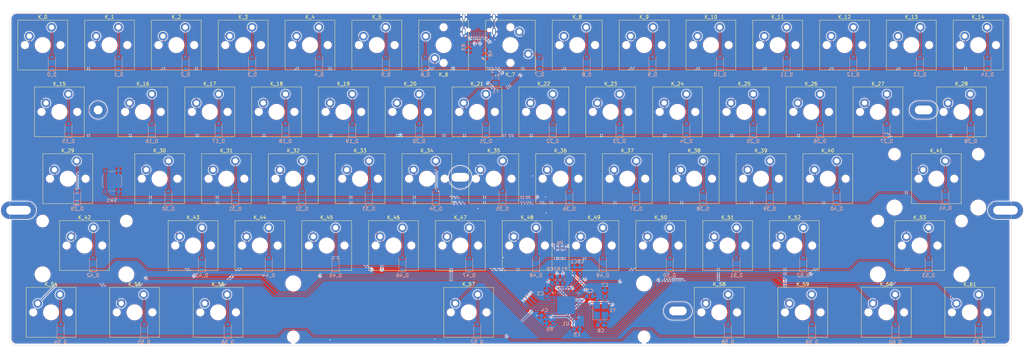
<source format=kicad_pcb>
(kicad_pcb (version 20240108) (generator "pcbnew") (generator_version "8.0")
  (layers (0 "F.Cu" signal) (31 "B.Cu" signal) (34 "B.Paste" user) (35 "F.Paste" user) (36 "B.SilkS" user "B.Silkscreen") (37 "F.SilkS" user "F.Silkscreen") (38 "B.Mask" user) (39 "F.Mask" user) (44 "Edge.Cuts" user))
  (net 0 "")
  (net 1 "Net-(D_0-A)")
  (net 2 "Net-(D_1-A)")
  (net 3 "col0")
  (net 4 "col1")
  (net 5 "col2")
  (net 6 "col3")
  (net 7 "col4")
  (net 8 "col5")
  (net 9 "col6")
  (net 10 "col7")
  (net 11 "col8")
  (net 12 "col9")
  (net 13 "col10")
  (net 14 "col11")
  (net 15 "col12")
  (net 16 "col13")
  (net 17 "col14")
  (net 18 "Net-(D_2-A)")
  (net 19 "row0")
  (net 20 "row1")
  (net 21 "row2")
  (net 22 "row3")
  (net 23 "row4")
  (net 24 "Net-(D_3-A)")
  (net 25 "Net-(D_4-A)")
  (net 26 "Net-(D_5-A)")
  (net 27 "Net-(D_6-A)")
  (net 28 "Net-(D_7-A)")
  (net 29 "Net-(D_8-A)")
  (net 30 "Net-(D_9-A)")
  (net 31 "Net-(D_10-A)")
  (net 32 "Net-(D_11-A)")
  (net 33 "Net-(D_12-A)")
  (net 34 "Net-(D_13-A)")
  (net 35 "Net-(D_14-A)")
  (net 36 "Net-(D_15-A)")
  (net 37 "Net-(D_16-A)")
  (net 38 "Net-(D_17-A)")
  (net 39 "Net-(D_18-A)")
  (net 40 "Net-(D_19-A)")
  (net 41 "Net-(D_20-A)")
  (net 42 "Net-(D_21-A)")
  (net 43 "Net-(D_22-A)")
  (net 44 "Net-(D_23-A)")
  (net 45 "Net-(D_24-A)")
  (net 46 "Net-(D_25-A)")
  (net 47 "Net-(D_26-A)")
  (net 48 "Net-(D_27-A)")
  (net 49 "Net-(D_28-A)")
  (net 50 "Net-(D_29-A)")
  (net 51 "Net-(D_30-A)")
  (net 52 "Net-(D_31-A)")
  (net 53 "Net-(D_32-A)")
  (net 54 "Net-(D_33-A)")
  (net 55 "Net-(D_34-A)")
  (net 56 "Net-(D_35-A)")
  (net 57 "Net-(D_36-A)")
  (net 58 "Net-(D_37-A)")
  (net 59 "Net-(D_38-A)")
  (net 60 "Net-(D_39-A)")
  (net 61 "Net-(D_40-A)")
  (net 62 "Net-(D_41-A)")
  (net 63 "Net-(D_42-A)")
  (net 64 "Net-(D_43-A)")
  (net 65 "Net-(D_44-A)")
  (net 66 "Net-(D_45-A)")
  (net 67 "Net-(D_46-A)")
  (net 68 "Net-(D_47-A)")
  (net 69 "Net-(D_48-A)")
  (net 70 "Net-(D_49-A)")
  (net 71 "Net-(D_50-A)")
  (net 72 "Net-(D_51-A)")
  (net 73 "Net-(D_52-A)")
  (net 74 "Net-(D_53-A)")
  (net 75 "Net-(D_54-A)")
  (net 76 "Net-(D_55-A)")
  (net 77 "Net-(D_56-A)")
  (net 78 "Net-(D_57-A)")
  (net 79 "Net-(D_58-A)")
  (net 80 "Net-(D_59-A)")
  (net 81 "Net-(D_60-A)")
  (net 82 "Net-(D_61-A)")
  (net 83 "GND")
  (net 84 "Net-(U1-D+)")
  (net 85 "Net-(U1-D-)")
  (net 88 "Net-(J1-CC1)")
  (net 89 "Net-(J1-CC2)")
  (net 90 "Net-(U1-UCAP)")
  (net 91 "Net-(U1-XTAL1)")
  (net 92 "Net-(U1-XTAL2)")
  (net 96 "Net-(F1-Pad2)")
  (net 97 "D+")
  (net 98 "D-")
  (net 99 "Net-(U1-~{HWB}{slash}PE2)")
  (net 100 "Net-(U1-~{RESET})")
  (net 104 "VCC")
  (footprint "keyboard_switches:SW_Cherry_MX_PCB_1.00u" (layer "F.Cu") (at 303.225 178.45)
    (property "Reference" "K_21")
    (property "Value" "KEYSW")
  )
  (footprint "keyboard_switches:SW_Cherry_MX_PCB_1.00u" (layer "F.Cu") (at 360.375 178.45)
    (property "Reference" "K_24")
    (property "Value" "KEYSW")
  )
  (footprint "keyboard_switches:SW_Cherry_MX_PCB_1.00u" (layer "F.Cu") (at 350.85 159.4)
    (property "Reference" "K_9")
    (property "Value" "KEYSW")
  )
  (footprint "keyboard_switches:SW_Cherry_MX_PCB_1.25u" (layer "F.Cu") (at 396.09375 235.6)
    (property "Reference" "K_59")
    (property "Value" "KEYSW")
  )
  (footprint "custom_mounting_hole:MountingHole_7mm_2.5mm_M2_Pad" (layer "F.Cu") (at 298.45 197.1)
    (property "Reference" "REF**" (hide yes))
    (property "Value" "MountingHole_7mm_2.5mm_M2_Pad" (hide yes))
  )
  (footprint "keyboard_switches:SW_Cherry_MX_PCB_1.00u" (layer "F.Cu") (at 274.65 159.4)
    (property "Reference" "K_5")
    (property "Value" "KEYSW")
  )
  (footprint "keyboard_switches:SW_Cherry_MX_PCB_1.25u" (layer "F.Cu") (at 419.90625 235.6)
    (property "Reference" "K_60")
    (property "Value" "KEYSW")
  )
  (footprint "keyboard_switches:SW_Cherry_MX_PCB_1.00u" (layer "F.Cu") (at 427.05 159.4)
    (property "Reference" "K_13")
    (property "Value" "KEYSW")
  )
  (footprint "keyboard_switches:SW_Cherry_MX_PCB_1.00u" (layer "F.Cu") (at 217.5 159.4)
    (property "Reference" "K_2")
    (property "Value" "KEYSW")
  )
  (footprint "keyboard_switches:SW_Cherry_MX_PCB_1.00u" (layer "F.Cu") (at 198.45 159.4)
    (property "Reference" "K_1")
    (property "Value" "KEYSW")
  )
  (footprint "keyboard_switches:SW_Cherry_MX_PCB_1.00u" (layer "F.Cu") (at 398.475 178.45)
    (property "Reference" "K_26")
    (property "Value" "KEYSW")
  )
  (footprint "keyboard_switches:SW_Cherry_MX_PCB_1.00u" (layer "F.Cu") (at 384.1875 197.5)
    (property "Reference" "K_39")
    (property "Value" "KEYSW")
  )
  (footprint "keyboard_switches:SW_Cherry_MX_PCB_1.00u" (layer "F.Cu") (at 312.75 159.4 -90)
    (property "Reference" "K_7")
    (property "Value" "KEYSW")
  )
  (footprint "keyboard_switches:SW_Cherry_MX_PCB_1.00u" (layer "F.Cu") (at 331.8 159.4)
    (property "Reference" "K_8")
    (property "Value" "KEYSW")
  )
  (footprint "keyboard_switches:SW_Cherry_MX_PCB_1.25u" (layer "F.Cu") (at 443.71875 235.6)
    (property "Reference" "K_61")
    (property "Value" "KEYSW")
  )
  (footprint "keyboard_switches:SW_Cherry_MX_PCB_1.00u" (layer "F.Cu") (at 212.7375 197.5)
    (property "Reference" "K_30")
    (property "Value" "KEYSW")
  )
  (footprint "keyboard_switches:SW_Cherry_MX_PCB_1.00u" (layer "F.Cu") (at 179.4 159.4)
    (property "Reference" "K_0")
    (property "Value" "KEYSW")
  )
  (footprint "keyboard_switches:SW_Cherry_MX_PCB_1.00u" (layer "F.Cu") (at 379.425 178.45)
    (property "Reference" "K_25")
    (property "Value" "KEYSW")
  )
  (footprint "keyboard_switches:SW_Cherry_MX_PCB_2.25u" (layer "F.Cu") (at 434.19375 197.5)
    (property "Reference" "K_41")
    (property "Value" "KEYSW")
  )
  (footprint "keyboard_switches:SW_Cherry_MX_PCB_1.00u" (layer "F.Cu") (at 336.5625 216.55)
    (property "Reference" "K_49")
    (property "Value" "KEYSW")
  )
  (footprint "keyboard_switches:SW_Cherry_MX_PCB_1.00u" (layer "F.Cu") (at 279.4125 216.55)
    (property "Reference" "K_46")
    (property "Value" "KEYSW")
  )
  (footprint "keyboard_switches:SW_Cherry_MX_PCB_1.00u" (layer "F.Cu") (at 293.7 159.4 90)
    (property "Reference" "K_6")
    (property "Value" "KEYSW")
  )
  (footprint "keyboard_switches:SW_Cherry_MX_PCB_1.00u" (layer "F.Cu") (at 369.9 159.4)
    (property "Reference" "K_10")
    (property "Value" "KEYSW")
  )
  (footprint "keyboard_stabilizer:Stabilizer_Cherry_MX_2.00u" (layer "F.Cu") (at 434.19375 197.5)
    (property "Reference" "REF**" (hide yes))
    (property "Value" "Stabilizer_Cherry_MX_2.00u")
  )
  (footprint "custom_mounting_hole:MountingHole_5mmx2.5mm_M2_Pad" (layer "F.Cu") (at 430.55 177.9)
    (property "Reference" "REF**" (hide yes))
    (property "Value" "MountingHole_5mmx2.5mm_M2_Pad" (hide yes))
  )
  (footprint "keyboard_switches:SW_Cherry_MX_PCB_1.00u" (layer "F.Cu") (at 417.525 178.45)
    (property "Reference" "K_27")
    (property "Value" "KEYSW")
  )
  (footprint "keyboard_switches:SW_Cherry_MX_PCB_1.00u" (layer "F.Cu") (at 284.175 178.45)
    (property "Reference" "K_20")
    (property "Value" "KEYSW")
  )
  (footprint "keyboard_switches:SW_Cherry_MX_PCB_1.00u" (layer "F.Cu") (at 307.9875 197.5)
    (property "Reference" "K_35")
    (property "Value" "KEYSW")
  )
  (footprint "keyboard_stabilizer:Stabilizer_Cherry_MX_2.00u" (layer "F.Cu") (at 191.30625 216.55)
    (property "Reference" "REF**" (hide yes))
    (property "Value" "Stabilizer_Cherry_MX_2.00u")
  )
  (footprint "keyboard_switches:SW_Cherry_MX_PCB_1.00u" (layer "F.Cu") (at 346.0875 197.5)
    (property "Reference" "K_37")
    (property "Value" "KEYSW")
  )
  (footprint "keyboard_switches:SW_Cherry_MX_PCB_1.00u" (layer "F.Cu") (at 327.0375 197.5)
    (property "Reference" "K_36")
    (property "Value" "KEYSW")
  )
  (footprint "keyboard_switches:SW_Cherry_MX_PCB_1.00u" (layer "F.Cu") (at 207.975 178.45)
    (property "Reference" "K_16")
    (property "Value" "KEYSW")
  )
  (footprint "keyboard_switches:SW_Cherry_MX_PCB_1.00u" (layer "F.Cu") (at 408 159.4)
    (property "Reference" "K_12")
    (property "Value" "KEYSW")
  )
  (footprint "keyboard_switches:SW_Cherry_MX_PCB_1.00u" (layer "F.Cu") (at 260.3625 216.55)
    (property "Reference" "K_45")
    (property "Value" "KEYSW")
  )
  (footprint "keyboard_switches:SW_Cherry_MX_PCB_1.00u" (layer "F.Cu") (at 365.1375 197.5)
    (property "Reference" "K_38")
    (property "Value" "KEYSW")
  )
  (footprint "custom_mounting_hole:MountingHole_7mmx2.5mm_M2_Pad" (layer "F.Cu") (at 172.5 206.5)
    (property "Reference" "REF**" (hide yes))
    (property "Value" "MountingHole_7mmx2.5mm_M2_Pad" (hide yes))
  )
  (footprint "keyboard_switches:SW_Cherry_MX_PCB_1.25u" (layer "F.Cu") (at 372.28125 235.6)
    (property "Reference" "K_58")
    (property "Value" "KEYSW")
  )
  (footprint "keyboard_switches:SW_Cherry_MX_PCB_1.25u" (layer "F.Cu") (at 229.40625 235.6)
    (property "Reference" "K_56")
    (property "Value" "KEYSW")
  )
  (footprint "keyboard_switches:SW_Cherry_MX_PCB_6.25u" (layer "F.Cu") (at 300.84375 235.6)
    (property "Reference" "K_57")
    (property "Value" "KEYSW")
  )
  (footprint "keyboard_switches:SW_Cherry_MX_PCB_1.00u" (layer "F.Cu") (at 322.275 178.45)
    (property "Reference" "K_22")
    (property "Value" "KEYSW")
  )
  (footprint "keyboard_switches:SW_Cherry_MX_PCB_1.00u" (layer "F.Cu") (at 250.8375 197.5)
    (property "Reference" "K_32")
    (property "Value" "KEYSW")
  )
  (footprint "keyboard_switches:SW_Cherry_MX_PCB_2.75u" (layer "F.Cu") (at 429.43125 216.55)
    (property "Reference" "K_53")
    (property "Value" "KEYSW")
  )
  (footprint "keyboard_switches:SW_Cherry_MX_PCB_1.00u" (layer "F.Cu") (at 341.325 178.45)
    (property "Reference" "K_23")
    (property "Value" "KEYSW")
  )
  (footprint "keyboard_stabilizer:Stabilizer_Cherry_MX_2.00u" (layer "F.Cu") (at 429.43125 216.55)
    (property "Reference" "REF**" (hide yes))
    (property "Value" "Stabilizer_Cherry_MX_2.00u")
  )
  (footprint "keyboard_switches:SW_Cherry_MX_PCB_1.00u" (layer "F.Cu") (at 298.4625 216.55)
    (property "Reference" "K_47")
    (property "Value" "KEYSW")
  )
  (footprint "keyboard_switches:SW_Cherry_MX_PCB_1.00u" (layer "F.Cu") (at 288.9375 197.5)
    (property "Reference" "K_34")
    (property "Value" "KEYSW")
  )
  (footprint "keyboard_switches:SW_Cherry_MX_PCB_1.00u" (layer "F.Cu") (at 241.3125 216.55)
    (property "Reference" "K_44")
    (property "Value" "KEYSW")
  )
  (footprint "keyboard_switches:SW_Cherry_MX_PCB_1.00u" (layer "F.Cu") (at 388.95 159.4)
    (property "Reference" "K_11")
    (property "Value" "KEYSW")
  )
  (footprint "custom_mounting_hole:MountingHole_2.5mm_M2_Pad" (layer "F.Cu") (at 195.2 177.9)
    (property "Reference" "REF**" (hide yes))
    (property "Value" "MountingHole_2.5mm_M2_Pad" (hide yes))
  )
  (footprint "keyboard_switches:SW_Cherry_MX_PCB_1.00u" (layer "F.Cu") (at 393.7125 216.55)
    (property "Reference" "K_52")
    (property "Value" "KEYSW")
  )
  (footprint "keyboard_switches:SW_Cherry_MX_PCB_1.00u" (layer "F.Cu") (at 355.6125 216.55)
    (property "Reference" "K_50")
    (property "Value" "KEYSW")
  )
  (footprint "keyboard_switches:SW_Cherry_MX_PCB_1.00u" (layer "F.Cu") (at 446.1 159.4)
    (property "Reference" "K_14")
    (property "Value" "KEYSW")
  )
  (footprint "keyboard_switches:SW_Cherry_MX_PCB_1.00u" (layer "F.Cu") (at 255.6 159.4)
    (property "Reference" "K_4")
    (property "Value" "KEYSW")
  )
  (footprint "keyboard_switches:SW_Cherry_MX_PCB_1.00u" (layer "F.Cu") (at 246.075 178.45)
    (property "Reference" "K_18")
    (property "Value" "KEYSW")
  )
  (footprint "keyboard_switches:SW_Cherry_MX_PCB_1.50u" (layer "F.Cu") (at 441.3375 178.45)
    (property "Reference" "K_28")
    (property "Value" "KEYSW")
  )
  (footprint "keyboard_switches:SW_Cherry_MX_PCB_1.00u" (layer "F.Cu") (at 231.7875 197.5)
    (property "Reference" "K_31")
    (property "Value" "KEYSW")
  )
  (footprint "keyboard_switches:SW_Cherry_MX_PCB_2.25u" (layer "F.Cu") (at 191.30625 216.55)
    (property "Reference" "K_42")
    (property "Value" "KEYSW")
  )
  (footprint "keyboard_switches:SW_Cherry_MX_PCB_1.25u" (layer "F.Cu") (at 181.78125 235.6)
    (property "Reference" "K_54")
    (property "Value" "KEYSW")
  )
  (footprint "keyboard_switches:SW_Cherry_MX_PCB_1.00u" (layer "F.Cu") (at 374.6625 216.55)
    (property "Reference" "K_51")
    (property "Value" "KEYSW")
  )
  (footprint "custom_mounting_hole:MountingHole_5mmx2.5mm_M2_Pad" (layer "F.Cu") (at 360.5 235.2)
    (property "Reference" "REF**" (hide yes))
    (property "Value" "MountingHole_5mmx2.5mm_M2_Pad" (hide yes))
  )
  (footprint "keyboard_switches:SW_Cherry_MX_PCB_1.00u" (layer "F.Cu") (at 317.5125 216.55)
    (property "Reference" "K_48")
    (property "Value" "KEYSW")
  )
  (footprint "keyboard_switches:SW_Cherry_MX_PCB_1.00u" (layer "F.Cu") (at 236.55 159.4)
    (property "Reference" "K_3")
    (property "Value" "KEYSW")
  )
  (footprint "keyboard_switches:SW_Cherry_MX_PCB_1.00u" (layer "F.Cu") (at 403.2375 197.5)
    (property "Reference" "K_40")
    (property "Value" "KEYSW")
  )
  (footprint "keyboard_stabilizer:Stabilizer_Cherry_MX_6.25u" (layer "F.Cu") (at 300.84375 235.6 180)
    (property "Reference" "REF**" (hide yes))
    (property "Value" "Stabilizer_Cherry_MX_6.25u")
  )
  (footprint "keyboard_switches:SW_Cherry_MX_PCB_1.00u" (layer "F.Cu") (at 269.8875 197.5)
    (property "Reference" "K_33")
    (property "Value" "KEYSW")
  )
  (footprint "keyboard_switches:SW_Cherry_MX_PCB_1.00u" (layer "F.Cu") (at 222.2625 216.55)
    (property "Reference" "K_43")
    (property "Value" "KEYSW")
  )
  (footprint "keyboard_switches:SW_Cherry_MX_PCB_1.50u" (layer "F.Cu") (at 184.1625 178.45)
    (property "Reference" "K_15")
    (property "Value" "KEYSW")
  )
  (footprint "keyboard_switches:SW_Cherry_MX_PCB_1.25u" (layer "F.Cu") (at 205.59375 235.6)
    (property "Reference" "K_55")
    (property "Value" "KEYSW")
  )
  (footprint "keyboard_switches:SW_Cherry_MX_PCB_1.75u" (layer "F.Cu") (at 186.54375 197.5)
    (property "Reference" "K_29")
    (property "Value" "KEYSW")
  )
  (footprint "keyboard_switches:SW_Cherry_MX_PCB_1.00u" (layer "F.Cu") (at 227.025 178.45)
    (property "Reference" "K_17")
    (property "Value" "KEYSW")
  )
  (footprint "custom_mounting_hole:MountingHole_7mmx2.5mm_M2_Pad" (layer "F.Cu") (at 453.9 206.5)
    (property "Reference" "REF**" (hide yes))
    (property "Value" "MountingHole_7mmx2.5mm_M2_Pad" (hide yes))
  )
  (footprint "keyboard_switches:SW_Cherry_MX_PCB_1.00u" (layer "F.Cu") (at 265.125 178.45)
    (property "Reference" "K_19")
    (property "Value" "KEYSW")
  )
  (footprint "custom_components:D_SOD-123_vertical" (layer "B.Cu") (at 422.5 240.75 90)
    (property "Reference" "D_60")
    (property "Value" "D")
  )
  (footprint "custom_components:D_SOD-123_vertical" (layer "B.Cu") (at 305.75 183.5 90)
    (property "Reference" "D_21")
    (property "Value" "D")
  )
  (footprint "custom_components:D_SOD-123_vertical" (layer "B.Cu") (at 386.7 202.75 90)
    (property "Reference" "D_39")
    (property "Value" "D")
  )
  (footprint "custom_components:D_SOD-123_vertical" (layer "B.Cu") (at 288.5 164.5 90)
    (property "Reference" "D_6")
    (property "Value" "D")
  )
  (footprint "custom_components:D_SOD-123_vertical" (layer "B.Cu") (at 420 183.5 90)
    (property "Reference" "D_27")
    (property "Value" "D")
  )
  (footprint "custom_components:D_SOD-123_vertical" (layer "B.Cu") (at 232.125 240.75 90)
    (property "Reference" "D_56")
    (property "Value" "D")
  )
  (footprint "Resistor_SMD:R_0603_1608Metric_Pad0.98x0.95mm_HandSolder" (layer "B.Cu") (at 324 238.75 180)
    (property "Reference" "R5")
    (property "Value" "10k")
  )
  (footprint "Resistor_SMD:R_0603_1608Metric_Pad0.98x0.95mm_HandSolder" (layer "B.Cu") (at 327.65 226.35 -90)
    (property "Reference" "R1")
    (property "Value" "22")
  )
  (footprint "custom_components:D_SOD-123_vertical" (layer "B.Cu") (at 277.25 164.5 90)
    (property "Reference" "D_5")
    (property "Value" "D")
  )
  (footprint "Capacitor_SMD:C_0603_1608Metric_Pad1.08x0.95mm_HandSolder" (layer "B.Cu") (at 331.7 240.5)
    (property "Reference" "C5")
    (property "Value" "0.1uF")
  )
  (footprint "Capacitor_SMD:C_0603_1608Metric_Pad1.08x0.95mm_HandSolder" (layer "B.Cu") (at 339.7 230.2 90)
    (property "Reference" "C7")
    (property "Value" "22pF")
  )
  (footprint "Capacitor_SMD:C_0603_1608Metric_Pad1.08x0.95mm_HandSolder" (layer "B.Cu") (at 322.5 236.5 180)
    (property "Reference" "C4")
    (property "Value" "0.1uF")
  )
  (footprint "custom_components:D_SOD-123_vertical" (layer "B.Cu") (at 405.75 202.75 90)
    (property "Reference" "D_40")
    (property "Value" "D")
  )
  (footprint "custom_components:D_SOD-123_vertical" (layer "B.Cu") (at 339.1 221.75 90)
    (property "Reference" "D_49")
    (property "Value" "D")
  )
  (footprint "custom_components:D_SOD-123_vertical" (layer "B.Cu") (at 281.95 221.75 90)
    (property "Reference" "D_46")
    (property "Value" "D")
  )
  (footprint "custom_components:D_SOD-123_vertical" (layer "B.Cu") (at 372.5 164.5 90)
    (property "Reference" "D_10")
    (property "Value" "D")
  )
  (footprint "custom_components:D_SOD-123_vertical" (layer "B.Cu") (at 448.75 164.5 90)
    (property "Reference" "D_14")
    (property "Value" "D")
  )
  (footprint "custom_components:D_SOD-123_vertical" (layer "B.Cu") (at 239.15 164.5 90)
    (property "Reference" "D_3")
    (property "Value" "D")
  )
  (footprint "Resistor_SMD:R_0603_1608Metric_Pad0.98x0.95mm_HandSolder" (layer "B.Cu") (at 326.15 226.35 -90)
    (property "Reference" "R2")
    (property "Value" "22")
  )
  (footprint "Resistor_SMD:R_0603_1608Metric_Pad0.98x0.95mm_HandSolder" (layer "B.Cu") (at 300.85 160 -90)
    (property "Reference" "R3")
    (property "Value" "5.1k")
  )
  (footprint "custom_components:D_SOD-123_vertical" (layer "B.Cu") (at 229.55 183.5 90)
    (property "Reference" "D_17")
    (property "Value" "D")
  )
  (footprint "Resistor_SMD:R_0603_1608Metric_Pad0.98x0.95mm_HandSolder" (layer "B.Cu") (at 305.5 161.8 90)
    (property "Reference" "R4")
    (property "Value" "5.1k")
  )
  (footprint "custom_components:D_SOD-123_vertical" (layer "B.Cu") (at 301 221.75 90)
    (property "Reference" "D_47")
    (property "Value" "D")
  )
  (footprint "custom_components:D_SOD-123_vertical" (layer "B.Cu") (at 353.25 164.5 90)
    (property "Reference" "D_9")
    (property "Value" "D")
  )
  (footprint "custom_components:D_SOD-123_vertical" (layer "B.Cu") (at 374.75 240.75 90)
    (property "Reference" "D_58")
    (property "Value" "D")
  )
  (footprint "custom_components:D_SOD-123_vertical" (layer "B.Cu") (at 220.1 164.5 90)
    (property "Reference" "D_2")
    (property "Value" "D")
  )
  (footprint "custom_components:D_SOD-123_vertical" (layer "B.Cu") (at 348.6 202.75 90)
    (property "Reference" "D_37")
    (property "Value" "D")
  )
  (footprint "custom_components:D_SOD-123_vertical" (layer "B.Cu") (at 432 221.75 90)
    (property "Reference" "D_53")
    (property "Value" "D")
  )
  (footprint "custom_components:D_SOD-123_vertical" (layer "B.Cu") (at 329.55 202.75 90)
    (property "Reference" "D_36")
    (property "Value" "D")
  )
  (footprint "Capacitor_SMD:C_0603_1608Metric_Pad1.08x0.95mm_HandSolder" (layer "B.Cu") (at 331 223.6 90)
    (property "Reference" "C1")
    (property "Value" "1uF")
  )
  (footprint "custom_components:D_SOD-123_vertical" (layer "B.Cu") (at 436.75 202.5 90)
    (property "Reference" "D_41")
    (property "Value" "D")
  )
  (footprint "custom_components:D_SOD-123_vertical" (layer "B.Cu") (at 210.5 183.5 90)
    (property "Reference" "D_16")
    (property "Value" "D")
  )
  (footprint "custom_components:D_SOD-123_vertical" (layer "B.Cu") (at 334.5 164.5 90)
    (property "Reference" "D_8")
    (property "Value" "D")
  )
  (footprint "Package_DFN_QFN:QFN-44-1EP_7x7mm_P0.5mm_EP5.2x5.2mm" (layer "B.Cu") (at 328.65 233.6 -90)
    (property "Reference" "U1")
    (property "Value" "ATmega32U4-M")
  )
  (footprint "custom_components:D_SOD-123_vertical" (layer "B.Cu") (at 367.65 202.75 90)
    (property "Reference" "D_38")
    (property "Value" "D")
  )
  (footprint "Button_Switch_SMD:SW_Push_1P1T_XKB_TS-1187A" (layer "B.Cu") (at 199.15 198.2 90)
    (property "Reference" "SW1")
    (property "Value" "SW_Push")
  )
  (footprint "custom_components:D_SOD-123_vertical" (layer "B.Cu") (at 320.05 221.75 90)
    (property "Reference" "D_48")
    (property "Value" "D")
  )
  (footprint "custom_components:D_SOD-123_vertical" (layer "B.Cu") (at 234.3 202.75 90)
    (property "Reference" "D_31")
    (property "Value" "D")
  )
  (footprint "custom_components:D_SOD-123_vertical" (layer "B.Cu") (at 303.25 240.75 90)
    (property "Reference" "D_57")
    (property "Value" "D")
  )
  (footprint "Capacitor_SMD:C_0603_1608Metric_Pad1.08x0.95mm_HandSolder" (layer "B.Cu") (at 323.1625 230.25 90)
    (property "Reference" "C3")
    (property "Value" "10uF")
  )
  (footprint "Resistor_SMD:R_0603_1608Metric_Pad0.98x0.95mm_HandSolder" (layer "B.Cu") (at 326.9 217.3 180)
    (property "Reference" "R6")
    (property "Value" "10k")
  )
  (footprint "custom_components:D_SOD-123_vertical" (layer "B.Cu") (at 201.05 164.5 90)
    (property "Reference" "D_1")
    (property "Value" "D")
  )
  (footprint "custom_components:D_SOD-123_vertical" (layer "B.Cu") (at 272.4 202.75 90)
    (property "Reference" "D_33")
    (property "Value" "D")
  )
  (footprint "custom_components:D_SOD-123_vertical" (layer "B.Cu") (at 446.25 240.75 90)
    (property "Reference" "D_61")
    (property "Value" "D")
  )
  (footprint "custom_components:D_SOD-123_vertical" (layer "B.Cu") (at 208.3125 240.75 90)
    (property "Reference" "D_55")
    (property "Value" "D")
  )
  (footprint "Capacitor_SMD:C_0603_1608Metric_Pad1.08x0.95mm_HandSolder" (layer "B.Cu") (at 332.55 223.6 90)
    (property "Reference" "C8")
    (property "Value" "0.1uF")
  )
  (footprint "custom_components:D_SOD-123_vertical" (layer "B.Cu") (at 189.25 202.75 90)
    (property "Reference" "D_29")
    (property "Value" "D")
  )
  (footprint "custom_components:D_SOD-123_vertical" (layer "B.Cu") (at 224.8 221.75 90)
    (property "Reference" "D_43")
    (property "Value" "D")
  )
  (footprint "custom_components:D_SOD-123_vertical" (layer "B.Cu") (at 253.35 202.75 90)
    (property "Reference" "D_32")
    (property "Value" "D")
  )
  (footprint "custom_components:D_SOD-123_vertical" (layer "B.Cu") (at 401 183.5 90)
    (property "Reference" "D_26")
    (property "Value" "D")
  )
  (footprint "custom_components:D_SOD-123_vertical" (layer "B.Cu") (at 398.75 240.75 90)
    (property "Reference" "D_59")
    (property "Value" "D")
  )
  (footprint "custom_components:D_SOD-123_vertical" (layer "B.Cu") (at 248.6 183.5 90)
    (property "Reference" "D_18")
    (property "Value" "D")
  )
  (footprint "custom_components:D_SOD-123_vertical" (layer "B.Cu") (at 362.9 183.5 90)
    (property "Reference" "D_24")
    (property "Value" "D")
  )
  (footprint "custom_components:D_SOD-123_vertical" (layer "B.Cu") (at 215.25 202.75 90)
    (property "Reference" "D_30")
    (property "Value" "D")
  )
  (footprint "custom_components:D_SOD-123_vertical" (layer "B.Cu") (at 262.9 221.75 90)
    (property "Reference" "D_45")
    (property "Value" "D")
  )
  (footprint "Capacitor_SMD:C_0603_1608Metric_Pad1.08x0.95mm_HandSolder" (layer "B.Cu") (at 324.6625 226.35 90)
    (property "Reference" "C9")
    (property "Value" "0.1uF")
  )
  (footprint "custom_components:D_SOD-123_vertical" (layer "B.Cu") (at 396.25 221.75 90)
    (property "Reference" "D_52")
    (property "Value" "D")
  )
  (footprint "custom_components:D_SOD-123_vertical" (layer "B.Cu") (at 377.2 221.75 90)
    (property "Reference" "D_51")
    (property "Value" "D")
  )
  (footprint "custom_components:D_SOD-123_vertical" (layer "B.Cu") (at 286.7 183.5 90)
    (property "Reference" "D_20")
    (property "Value" "D")
  )
  (footprint "custom_components:D_SOD-123_vertical" (layer "B.Cu") (at 193.75 221.75 90)
    (property "Reference" "D_42")
    (property "Value" "D")
  )
  (footprint "Capacitor_SMD:C_0603_1608Metric_Pad1.08x0.95mm_HandSolder" (layer "B.Cu") (at 338.5 239.3 180)
    (property "Reference" "C6")
    (property "Value" "22pF")
  )
  (footprint "custom_components:D_SOD-123_vertical" (layer "B.Cu") (at 186.75 183.5 90)
    (property "Reference" "D_15")
    (property "Value" "D")
  )
  (footprint "custom_components:D_SOD-123_vertical" (layer "B.Cu") (at 182 164.5 90)
    (property "Reference" "D_0")
    (property "Value" "D")
  )
  (footprint "custom_components:D_SOD-123_vertical" (layer "B.Cu") (at 184.5 240.75 90)
    (property "Reference" "D_54")
    (property "Value" "D")
  )
  (footprint "custom_components:D_SOD-123_vertical" (layer "B.Cu") (at 243.85 221.75 90)
    (property "Reference" "D_44")
    (property "Value" "D")
  )
  (footprint "custom_components:D_SOD-123_vertical" (layer "B.Cu") (at 381.95 183.5 90)
    (property "Reference" "D_25")
    (property "Value" "D")
  )
  (footprint "custom_components:D_SOD-123_vertical" (layer "B.Cu") (at 343.85 183.5 90)
    (property "Reference" "D_23")
    (property "Value" "D")
  )
  (footprint "custom_components:D_SOD-123_vertical" (layer "B.Cu") (at 358.15 221.75 90)
    (property "Reference" "D_50")
    (property "Value" "D")
  )
  (footprint "custom_components:D_SOD-123_vertical" (layer "B.Cu") (at 444 183.5 90)
    (property "Reference" "D_28")
    (property "Value" "D")
  )
  (footprint "custom_components:D_SOD-123_vertical" (layer "B.Cu") (at 267.65 183.5 90)
    (property "Reference" "D_19")
    (property "Value" "D")
  )
  (footprint "custom_components:D_SOD-123_vertical" (layer "B.Cu") (at 410.5 164.5 90)
    (property "Reference" "D_12")
    (property "Value" "D")
  )
  (footprint "Capacitor_SMD:C_0603_1608Metric_Pad1.08x0.95mm_HandSolder" (layer "B.Cu") (at 335.3625 231.05)
    (property "Reference" "C2")
    (property "Value" "0.1uF")
  )
  (footprint "custom_components:D_SOD-123_vertical" (layer "B.Cu") (at 324.8 183.5 90)
    (property "Reference" "D_22")
    (property "Value" "D")
  )
  (footprint "custom_components:D_SOD-123_vertical" (layer "B.Cu") (at 258.2 164.5 90)
    (property "Reference" "D_4")
    (property "Value" "D")
  )
  (footprint "Crystal:Crystal_SMD_3225-4Pin_3.2x2.5mm_HandSoldering" (layer "B.Cu") (at 338.5 235 90)
    (property "Reference" "Y1")
    (property "Value" "16MHz")
  )
  (footprint "custom_components:D_SOD-123_vertical" (layer "B.Cu") (at 321 164.5 90)
    (property "Reference" "D_7")
    (property "Value" "D")
  )
  (footprint "Fuse:Fuse_1206_3216Metric_Pad1.42x1.75mm_HandSolder" (layer "B.Cu") (at 308.5 168.7875 90)
    (property "Reference" "F1")
    (property "Value" "500mA")
  )
  (footprint "custom_components:D_SOD-123_vertical" (layer "B.Cu") (at 310.5 202.75 90)
    (property "Reference" "D_35")
    (property "Value" "D")
  )
  (footprint "custom_components:D_SOD-123_vertical" (layer "B.Cu") (at 391.5 164.5 90)
    (property "Reference" "D_11")
    (property "Value" "D")
  )
  (footprint "custom_components:D_SOD-123_vertical" (layer "B.Cu") (at 429.5 164.5 90)
    (property "Reference" "D_13")
    (property "Value" "D")
  )
  (footprint "custom_components:D_SOD-123_vertical" (layer "B.Cu") (at 291.5 202.75 90)
    (property "Reference" "D_34")
    (property "Value" "D")
  )
  (footprint "custom_components:USB_C_Receptacle_G-Switch_GT-USB-7010ASV_custom" (layer "B.Cu") (at 303.75 152.5)
    (property "Reference" "J1")
    (property "Value" "USB_C_Receptacle")
  )
  (gr_arc (start 172.000001 244.999999) (mid 170.585787 244.414213) (end 170.000001 242.999999) (stroke (width 0.1)) (layer "Edge.Cuts"))
  (gr_arc (start 453.499999 150.000001) (mid 454.914213 150.585787) (end 455.499999 152.000001) (stroke (width 0.1)) (layer "Edge.Cuts"))
  (gr_line (start 170 152) (end 170.000001 242.999999) (stroke (width 0.1)) (layer "Edge.Cuts"))
  (gr_line (start 453.499999 244.999999) (end 172.000001 244.999999) (stroke (width 0.1)) (layer "Edge.Cuts"))
  (gr_line (start 455.5 152) (end 455.5 243) (stroke (width 0.1)) (layer "Edge.Cuts"))
  (gr_arc (start 455.499999 242.999999) (mid 454.914213 244.414213) (end 453.499999 244.999999) (stroke (width 0.1)) (layer "Edge.Cuts"))
  (gr_arc (start 170 152) (mid 170.585786 150.585786) (end 172 150) (stroke (width 0.1)) (layer "Edge.Cuts"))
  (gr_line (start 172 150) (end 453.499999 150.000001) (stroke (width 0.1)) (layer "Edge.Cuts"))
  (segment (start 182.025 162.825) (end 182 162.85) (width 0.25) (layer "B.Cu") (net 1))
  (segment (start 181.94 154.32) (end 182.025 154.405) (width 0.25) (layer "B.Cu") (net 1))
  (segment (start 182.025 154.405) (end 182.025 162.825) (width 0.25) (layer "B.Cu") (net 1))
  (segment (start 201.075 154.405) (end 201.075 162.825) (width 0.25) (layer "B.Cu") (net 2))
  (segment (start 201.075 162.825) (end 201.05 162.85) (width 0.25) (layer "B.Cu") (net 2))
  (segment (start 200.99 154.32) (end 201.075 154.405) (width 0.25) (layer "B.Cu") (net 2))
  (segment (start 181.5375 193.76375) (end 182.73375 194.96) (width 0.25) (layer "F.Cu") (net 3))
  (segment (start 180.3525 175.91) (end 181.5375 177.095) (width 0.25) (layer "F.Cu") (net 3))
  (segment (start 175.82 171.3775) (end 180.3525 175.91) (width 0.25) (layer "F.Cu") (net 3))
  (segment (start 182.73375 194.96) (end 182.96375 195.19) (width 0.25) (layer "F.Cu") (net 3))
  (segment (start 182.96375 228.0675) (end 177.97125 233.06) (width 0.25) (layer "F.Cu") (net 3))
  (segment (start 182.96375 195.19) (end 182.96375 228.0675) (width 0.25) (layer "F.Cu") (net 3))
  (segment (start 175.82 157.09) (end 175.82 171.3775) (width 0.25) (layer "F.Cu") (net 3))
  (segment (start 175.59 156.86) (end 175.82 157.09) (width 0.25) (layer "F.Cu") (net 3))
  (segment (start 181.5375 177.095) (end 181.5375 193.76375) (width 0.25) (layer "F.Cu") (net 3))
  (segment (start 177.97125 233.06) (end 183.23125 227.8) (width 0.25) (layer "B.Cu") (net 3))
  (segment (start 326.559796 242.4) (end 329.15 239.809796) (width 0.25) (layer "B.Cu") (net 3))
  (segment (start 183.23125 227.8) (end 242.2 227.8) (width 0.25) (layer "B.Cu") (net 3))
  (segment (start 259.427388 226.3) (end 305.27157 226.3) (width 0.25) (layer "B.Cu") (net 3))
  (segment (start 321.37157 242.4) (end 326.559796 242.4) (width 0.25) (layer "B.Cu") (net 3))
  (segment (start 242.2 227.8) (end 245.2 230.8) (width 0.25) (layer "B.Cu") (net 3))
  (segment (start 329.15 239.809796) (end 329.15 236.9375) (width 0.25) (layer "B.Cu") (net 3))
  (segment (start 245.2 230.8) (end 254.927388 230.8) (width 0.25) (layer "B.Cu") (net 3))
  (segment (start 305.27157 226.3) (end 321.37157 242.4) (width 0.25) (layer "B.Cu") (net 3))
  (segment (start 254.927388 230.8) (end 259.427388 226.3) (width 0.25) (layer "B.Cu") (net 3))
  (segment (start 189.16875 196.412689) (end 192.425 193.156439) (width 0.25) (layer "F.Cu") (net 4))
  (segment (start 189.16875 212.3375) (end 189.16875 196.412689) (width 0.25) (layer "F.Cu") (net 4))
  (segment (start 208.8 225.9) (end 208.8 226.04375) (width 0.25) (layer "F.Cu") (net 4))
  (segment (start 194.87 160.13) (end 194.87 157.09) (width 0.25) (layer "F.Cu") (net 4))
  (segment (start 188.68125 219.9575) (end 188.68125 215.195) (width 0.25) (layer "F.Cu") (net 4))
  (segment (start 194.87 157.09) (end 194.64 156.86) (width 0.25) (layer "F.Cu") (net 4))
  (segment (start 192.425 193.156439) (end 192.425 162.575) (width 0.25) (layer "F.Cu") (net 4))
  (segment (start 208.8 226.04375) (end 201.78375 233.06) (width 0.25) (layer "F.Cu") (net 4))
  (segment (start 188.68125 215.195) (end 187.49625 214.01) (width 0.25) (layer "F.Cu") (net 4))
  (segment (start 192.425 162.575) (end 194.87 160.13) (width 0.25) (layer "F.Cu") (net 4))
  (segment (start 187.49625 214.01) (end 189.16875 212.3375) (width 0.25) (layer "F.Cu") (net 4))
  (segment (start 201.78375 233.06) (end 188.68125 219.9575) (width 0.25) (layer "F.Cu") (net 4))
  (via (at 208.8 225.9) (size 0.6) (drill 0.3) (layers "F.Cu" "B.Cu") (net 4))
  (segment (start 305.437256 225.9) (end 321.537256 242) (width 0.25) (layer "B.Cu") (net 4))
  (segment (start 241.5 225.9) (end 245.9939 230.3939) (width 0.25) (layer "B.Cu") (net 4))
  (segment (start 328.65 239.74411) (end 328.65 236.9375) (width 0.25) (layer "B.Cu") (net 4))
  (segment (start 254.767802 230.3939) (end 259.261702 225.9) (width 0.25) (layer "B.Cu") (net 4))
  (segment (start 326.39411 242) (end 328.65 239.74411) (width 0.25) (layer "B.Cu") (net 4))
  (segment (start 321.537256 242) (end 326.39411 242) (width 0.25) (layer "B.Cu") (net 4))
  (segment (start 259.261702 225.9) (end 305.437256 225.9) (width 0.25) (layer "B.Cu") (net 4))
  (segment (start 208.8 225.9) (end 241.5 225.9) (width 0.25) (layer "B.Cu") (net 4))
  (segment (start 245.9939 230.3939) (end 254.767802 230.3939) (width 0.25) (layer "B.Cu") (net 4))
  (segment (start 222.5 225.1) (end 218.6825 221.2825) (width 0.25) (layer "F.Cu") (net 5))
  (segment (start 210.1125 196.145) (end 210.1125 205.67) (width 0.25) (layer "F.Cu") (net 5))
  (segment (start 210.1125 205.67) (end 218.4525 214.01) (width 0.25) (layer "F.Cu") (net 5))
  (segment (start 213.69 156.86) (end 213.92 157.09) (width 0.25) (layer "F.Cu") (net 5))
  (segment (start 204.165 175.91) (end 204.395 176.14) (width 0.25) (layer "F.Cu") (net 5))
  (segment (start 204.395 190.4275) (end 208.9275 194.96) (width 0.25) (layer "F.Cu") (net 5))
  (segment (start 213.92 157.09) (end 213.92 166.155) (width 0.25) (layer "F.Cu") (net 5))
  (segment (start 218.6825 214.24) (end 218.4525 214.01) (width 0.25) (layer "F.Cu") (net 5))
  (segment (start 218.6825 221.2825) (end 218.6825 214.24) (width 0.25) (layer "F.Cu") (net 5))
  (segment (start 204.395 176.14) (end 204.395 190.4275) (width 0.25) (layer "F.Cu") (net 5))
  (segment (start 213.92 166.155) (end 204.165 175.91) (width 0.25) (layer "F.Cu") (net 5))
  (segment (start 208.9275 194.96) (end 210.1125 196.145) (width 0.25) (layer "F.Cu") (net 5))
  (via (at 222.5 225.1) (size 0.6) (drill 0.3) (layers "F.Cu" "B.Cu") (net 5))
  (segment (start 309.151471 229.048529) (end 305.602942 225.5) (width 0.25) (layer "B.Cu") (net 5))
  (segment (start 321.702942 241.6) (end 309.151471 229.048529) (width 0.25) (layer "B.Cu") (net 5))
  (segment (start 254.602116 229.9939) (end 246.7939 229.9939) (width 0.25) (layer "B.Cu") (net 5))
  (segment (start 322.2 241.6) (end 321.702942 241.6) (width 0.25) (layer "B.Cu") (net 5))
  (segment (start 328.15 239.678424) (end 326.228424 241.6) (width 0.25) (layer "B.Cu") (net 5))
  (segment (start 326.228424 241.6) (end 322.2 241.6) (width 0.25) (layer "B.Cu") (net 5))
  (segment (start 305.602942 225.5) (end 297.1 225.5) (width 0.25) (layer "B.Cu") (net 5))
  (segment (start 328.15 236.9375) (end 328.15 239.678424) (width 0.25) (layer "B.Cu") (net 5))
  (segment (start 244.6 227.8) (end 241.9 225.1) (width 0.25) (layer "B.Cu") (net 5))
  (segment (start 259.096016 225.5) (end 254.602116 229.9939) (width 0.25) (layer "B.Cu") (net 5))
  (segment (start 246.7939 229.9939) (end 244.6 227.8) (width 0.25) (layer "B.Cu") (net 5))
  (segment (start 297.1 225.5) (end 259.096016 225.5) (width 0.25) (layer "B.Cu") (net 5))
  (segment (start 241.9 225.1) (end 222.5 225.1) (width 0.25) (layer "B.Cu") (net 5))
  (segment (start 258.4 225.1) (end 258.0561 224.7561) (width 0.25) (layer "F.Cu") (net 6))
  (segment (start 223.215 175.91) (end 223.215 164.617234) (width 0.25) (layer "F.Cu") (net 6))
  (segment (start 227.9775 194.96) (end 223.445 190.4275) (width 0.25) (layer "F.Cu") (net 6))
  (segment (start 223.215 164.617234) (end 230.972234 156.86) (width 0.25) (layer "F.Cu") (net 6))
  (segment (start 237.7325 214.24) (end 237.7325 220.92375) (width 0.25) (layer "F.Cu") (net 6))
  (segment (start 229.1625 205.67) (end 229.1625 196.145) (width 0.25) (layer "F.Cu") (net 6))
  (segment (start 230.972234 156.86) (end 232.74 156.86) (width 0.25) (layer "F.Cu") (net 6))
  (segment (start 258.0561 224.7561) (end 233.90015 224.7561) (width 0.25) (layer "F.Cu") (net 6))
  (segment (start 229.1625 196.145) (end 227.9775 194.96) (width 0.25) (layer "F.Cu") (net 6))
  (segment (start 223.445 176.14) (end 223.215 175.91) (width 0.25) (layer "F.Cu") (net 6))
  (segment (start 237.5025 214.01) (end 229.1625 205.67) (width 0.25) (layer "F.Cu") (net 6))
  (segment (start 223.445 190.4275) (end 223.445 176.14) (width 0.25) (layer "F.Cu") (net 6))
  (segment (start 233.878125 224.778125) (end 225.59625 233.06) (width 0.25) (layer "F.Cu") (net 6))
  (segment (start 233.90015 224.7561) (end 233.878125 224.778125) (width 0.25) (layer "F.Cu") (net 6))
  (segment (start 237.5025 214.01) (end 237.7325 214.24) (width 0.25) (layer "F.Cu") (net 6))
  (segment (start 237.7325 220.92375) (end 233.878125 224.778125) (width 0.25) (layer "F.Cu") (net 6))
  (via (at 258.4 225.1) (size 0.6) (drill 0.3) (layers "F.Cu" "B.Cu") (net 6))
  (segment (start 321.868628 241.2) (end 326.062738 241.2) (width 0.25) (layer "B.Cu") (net 6))
  (segment (start 305.768628 225.1) (end 321.868628 241.2) (width 0.25) (layer "B.Cu") (net 6))
  (segment (start 326.062738 241.2) (end 327.65 239.612738) (width 0.25) (layer "B.Cu") (net 6))
  (segment (start 258.4 225.1) (end 305.768628 225.1) (width 0.25) (layer "B.Cu") (net 6))
  (segment (start 327.65 239.612738) (end 327.65 236.9375) (width 0.25) (layer "B.Cu") (net 6))
  (segment (start 251.79 156.86) (end 252.02 157.09) (width 0.25) (layer "F.Cu") (net 7))
  (segment (start 248.2125 196.145) (end 248.2125 205.67) (width 0.25) (layer "F.Cu") (net 7))
  (segment (start 247.0275 194.96) (end 248.2125 196.145) (width 0.25) (layer "F.Cu") (net 7))
  (segment (start 242.265 175.91) (end 242.495 176.14) (width 0.25) (layer "F.Cu") (net 7))
  (segment (start 269.3 220) (end 259.3 220) (width 0.25) (layer "F.Cu") (net 7))
  (segment (start 248.2125 205.67) (end 256.5525 214.01) (width 0.25) (layer "F.Cu") (net 7))
  (segment (start 272.7 223.4) (end 269.3 220) (width 0.25) (layer "F.Cu") (net 7))
  (segment (start 242.495 176.14) (end 242.495 190.4275) (width 0.25) (layer "F.Cu") (net 7))
  (segment (start 273.1 223.4) (end 272.7 223.4) (width 0.25) (layer "F.Cu") (net 7))
  (segment (start 252.02 157.09) (end 252.02 166.155) (width 0.25) (layer "F.Cu") (net 7))
  (segment (start 256.7825 214.24) (end 256.5525 214.01) (width 0.25) (layer "F.Cu") (net 7))
  (segment (start 259.3 220) (end 256.7825 217.4825) (width 0.25) (layer "F.Cu") (net 7))
  (segment (start 242.495 190.4275) (end 247.0275 194.96) (width 0.25) (layer "F.Cu") (net 7))
  (segment (start 256.7825 217.4825) (end 256.7825 214.24) (width 0.25) (layer "F.Cu") (net 7))
  (segment (start 252.02 166.155) (end 242.265 175.91) (width 0.25) (layer "F.Cu") (net 7))
  (via (at 273.1 223.4) (size 0.6) (drill 0.3) (layers "F.Cu" "B.Cu") (net 7))
  (segment (start 322.034314 240.8) (end 309.717157 228.482843) (width 0.25) (layer "B.Cu") (net 7))
  (segment (start 305.934314 224.7) (end 297.2 224.7) (width 0.25) (layer "B.Cu") (net 7))
  (segment (start 325.897052 240.8) (end 322.2 240.8) (width 0.25) (layer "B.Cu") (net 7))
  (segment (start 274.4 224.7) (end 273.1 223.4) (width 0.25) (layer "B.Cu") (net 7))
  (segment (start 297.2 224.7) (end 274.4 224.7) (width 0.25) (layer "B.Cu") (net 7))
  (segment (start 322.2 240.8) (end 322.034314 240.8) (width 0.25) (layer "B.Cu") (net 7))
  (segment (start 327.15 239.547052) (end 325.897052 240.8) (width 0.25) (layer "B.Cu") (net 7))
  (segment (start 309.717157 228.482843) (end 305.934314 224.7) (width 0.25) (layer "B.Cu") (net 7))
  (segment (start 327.15 236.9375) (end 327.15 239.547052) (width 0.25) (layer "B.Cu") (net 7))
  (segment (start 275.6025 214.01) (end 267.2625 205.67) (width 0.25) (layer "F.Cu") (net 8))
  (segment (start 261.315 175.91) (end 261.315 165.53368) (width 0.25) (layer "F.Cu") (net 8))
  (segment (start 266.0775 194.96) (end 261.545 190.4275) (width 0.25) (layer "F.Cu") (net 8))
  (segment (start 269.98868 156.86) (end 270.84 156.86) (width 0.25) (layer "F.Cu") (net 8))
  (segment (start 276.1 223.4) (end 276.1 214.5075) (width 0.25) (layer "F.Cu") (net 8))
  (segment (start 261.315 165.53368) (end 269.98868 156.86) (width 0.25) (layer "F.Cu") (net 8))
  (segment (start 267.2625 205.67) (end 267.2625 196.145) (width 0.25) (layer "F.Cu") (net 8))
  (segment (start 261.545 176.14) (end 261.315 175.91) (width 0.25) (layer "F.Cu") (net 8))
  (segment (start 276.1 214.5075) (end 275.6025 214.01) (width 0.25) (layer "F.Cu") (net 8))
  (segment (start 267.2625 196.145) (end 266.0775 194.96) (width 0.25) (layer "F.Cu") (net 8))
  (segment (start 261.545 190.4275) (end 261.545 176.14) (width 0.25) (layer "F.Cu") (net 8))
  (via (at 276.1 223.4) (size 0.6) (drill 0.3) (layers "F.Cu" "B.Cu") (net 8))
  (segment (start 325.1 240.4) (end 322.2 240.4) (width 0.25) (layer "B.Cu") (net 8))
  (segment (start 310 228.2) (end 306.1 224.3) (width 0.25) (layer "B.Cu") (net 8))
  (segment (start 322.2 240.4) (end 310 228.2) (width 0.25) (layer "B.Cu") (net 8))
  (segment (start 277 224.3) (end 276.1 223.4) (width 0.25) (layer "B.Cu") (net 8))
  (segment (start 325.731366 240.4) (end 325.1 240.4) (width 0.25) (layer "B.Cu") (net 8))
  (segment (start 326.65 236.9375) (end 326.65 239.481366) (width 0.25) (layer "B.Cu") (net 8))
  (segment (start 306.1 224.3) (end 297.1 224.3) (width 0.25) (layer "B.Cu") (net 8))
  (segment (start 297.1 224.3) (end 277 224.3) (width 0.25) (layer "B.Cu") (net 8))
  (segment (start 326.65 239.481366) (end 325.731366 240.4) (width 0.25) (layer "B.Cu") (net 8))
  (segment (start 280.595 190.4275) (end 285.1275 194.96) (width 0.25) (layer "F.Cu") (net 9))
  (segment (start 291.16 163.21) (end 291.16 165.115) (width 0.25) (layer "F.Cu") (net 9))
  (segment (start 295.8375 231.86375) (end 297.03375 233.06) (width 0.25) (layer "F.Cu") (net 9))
  (segment (start 294.6525 214.01) (end 295.8375 215.195) (width 0.25) (layer "F.Cu") (net 9))
  (segment (start 295.8375 215.195) (end 295.8375 231.86375) (width 0.25) (layer "F.Cu") (net 9))
  (segment (start 285.3575 204.715) (end 294.6525 214.01) (width 0.25) (layer "F.Cu") (net 9))
  (segment (start 285.1275 194.96) (end 285.3575 195.19) (width 0.25) (layer "F.Cu") (net 9))
  (segment (start 280.365 175.91) (end 280.595 176.14) (width 0.25) (layer "F.Cu") (net 9))
  (segment (start 280.595 176.14) (end 280.595 190.4275) (width 0.25) (layer "F.Cu") (net 9))
  (segment (start 285.3575 195.19) (end 285.3575 204.715) (width 0.25) (layer "F.Cu") (net 9))
  (segment (start 291.16 165.115) (end 280.365 175.91) (width 0.25) (layer "F.Cu") (net 9))
  (segment (start 329.65 239.875482) (end 329.65 236.9375) (width 0.25) (layer "B.Cu") (net 9))
  (segment (start 326.725482 242.8) (end 329.65 239.875482) (width 0.25) (layer "B.Cu") (net 9))
  (segment (start 303.39375 226.7) (end 305.105884 226.7) (width 0.25) (layer "B.Cu") (net 9))
  (segment (start 297.03375 233.06) (end 303.39375 226.7) (width 0.25) (layer "B.Cu") (net 9))
  (segment (start 321.205884 242.8) (end 326.725482 242.8) (width 0.25) (layer "B.Cu") (net 9))
  (segment (start 305.105884 226.7) (end 321.205884 242.8) (width 0.25) (layer "B.Cu") (net 9))
  (segment (start 313.7025 214.01) (end 314.8875 215.195) (width 0.25) (layer "F.Cu") (net 10))
  (segment (start 313.7025 214.01) (end 305.3625 205.67) (width 0.25) (layer "F.Cu") (net 10))
  (segment (start 314.8875 226.3875) (end 318.5 230) (width 0.25) (layer "F.Cu") (net 10))
  (segment (start 299.645 176.14) (end 299.415 175.91) (width 0.25) (layer "F.Cu") (net 10))
  (segment (start 305.3625 205.67) (end 305.3625 196.145) (width 0.25) (layer "F.Cu") (net 10))
  (segment (start 316.305 167.295) (end 315.6 168) (width 0.25) (layer "F.Cu") (net 10))
  (segment (start 316.305 156.605) (end 316.305 167.295) (width 0.25) (layer "F.Cu") (net 10))
  (segment (start 299.645 190.4275) (end 299.645 176.14) (width 0.25) (layer "F.Cu") (net 10))
  (segment (start 304.1775 194.96) (end 299.645 190.4275) (width 0.25) (layer "F.Cu") (net 10))
  (segment (start 315.29 155.59) (end 316.305 156.605) (width 0.25) (layer "F.Cu") (net 10))
  (segment (start 314.8875 215.195) (end 314.8875 226.3875) (width 0.25) (layer "F.Cu") (net 10))
  (segment (start 305.3625 196.145) (end 304.1775 194.96) (width 0.25) (layer "F.Cu") (net 10))
  (via (at 318.5 230) (size 0.6) (drill 0.3) (layers "F.Cu" "B.Cu") (net 10))
  (via (at 315.6 168) (size 0.6) (drill 0.3) (layers "F.Cu" "B.Cu") (net 10))
  (segment (start 312.1 171.55) (end 303.825 171.55) (width 0.25) (layer "B.Cu") (net 10))
  (segment (start 321.1 232.6) (end 325.3125 232.6) (width 0.25) (layer "B.Cu") (net 10))
  (segment (start 315.6 168.05) (end 312.1 171.55) (width 0.25) (layer "B.Cu") (net 10))
  (segment (start 318.5 230) (end 321.1 232.6) (width 0.25) (layer "B.Cu") (net 10))
  (segment (start 303.825 171.5) (end 299.415 175.91) (width 0.25) (layer "B.Cu") (net 10))
  (segment (start 315.29 155.59) (end 315.375 155.675) (width 0.25) (layer "B.Cu") (net 10))
  (segment (start 324.4125 196.145) (end 324.4125 205.67) (width 0.25) (layer "F.Cu") (net 11))
  (segment (start 332.7525 214.01) (end 333.9375 215.195) (width 0.25) (layer "F.Cu") (net 11))
  (segment (start 333.9375 226.1625) (end 333.95 226.15) (width 0.25) (layer "F.Cu") (net 11))
  (segment (start 328.22 157.09) (end 328.22 166.155) (width 0.25) (layer "F.Cu") (net 11))
  (segment (start 318.465 175.91) (end 318.695 176.14) (width 0.25) (layer "F.Cu") (net 11))
  (segment (start 327.99 156.86) (end 328.22 157.09) (width 0.25) (layer "F.Cu") (net 11))
  (segment (start 333.9375 215.195) (end 333.9375 215.85) (width 0.25) (layer "F.Cu") (net 11))
  (segment (start 323.2275 194.96) (end 324.4125 196.145) (width 0.25) (layer "F.Cu") (net 11))
  (segment (start 333.9375 215.85) (end 333.9375 226.1625) (width 0.25) (layer "F.Cu") (net 11))
  (segment (start 318.695 190.4275) (end 323.2275 194.96) (width 0.25) (layer "F.Cu") (net 11))
  (segment (start 328.22 166.155) (end 318.465 175.91) (width 0.25) (layer "F.Cu") (net 11))
  (segment (start 318.695 176.14) (end 318.695 190.4275) (width 0.25) (layer "F.Cu") (net 11))
  (segment (start 324.4125 205.67) (end 332.7525 214.01) (width 0.25) (layer "F.Cu") (net 11))
  (via (at 333.95 226.15) (size 0.6) (drill 0.3) (layers "F.Cu" "B.Cu") (net 11))
  (segment (start 333.95 226.165108) (end 330.65 229.465108) (width 0.25) (layer "B.Cu") (net 11))
  (segment (start 330.65 229.465108) (end 330.65 230.2625) (width 0.25) (layer "B.Cu") (net 11))
  (segment (start 333.95 226.15) (end 333.95 226.165108) (width 0.25) (layer "B.Cu") (net 11))
  (segment (start 347.5 223.3) (end 344 226.8) (width 0.25) (layer "F.Cu") (net 12))
  (segment (start 348.225 165.2) (end 348.225 158.045) (width 0.25) (layer "F.Cu") (net 12))
  (segment (start 342.2775 194.96) (end 338.7 191.3825) (width 0.25) (layer "F.Cu") (net 12))
  (segment (start 342.5075 204.715) (end 351.8025 214.01) (width 0.25) (layer "F.Cu") (net 12))
  (segment (start 352.0325 218.7675) (end 347.5 223.3) (width 0.25) (layer "F.Cu") (net 12))
  (segment (start 352.0325 214.24) (end 352.0325 218.7675) (width 0.25) (layer "F.Cu") (net 12))
  (segment (start 338.7 177.095) (end 337.515 175.91) (width 0.25) (layer "F.Cu") (net 12))
  (segment (start 338.7 191.3825) (end 338.7 177.095) (width 0.25) (layer "F.Cu") (net 12))
  (segment (start 337.515 175.91) (end 348.225 165.2) (width 0.25) (layer "F.Cu") (net 12))
  (segment (start 342.2775 194.96) (end 342.5075 195.19) (width 0.25) (layer "F.Cu") (net 12))
  (segment (start 351.8025 214.01) (end 352.0325 214.24) (width 0.25) (layer "F.Cu") (net 12))
  (segment (start 342.5075 195.19) (end 342.5075 204.715) (width 0.25) (layer "F.Cu") (net 12))
  (segment (start 348.225 158.045) (end 347.04 156.86) (width 0.25) (layer "F.Cu") (net 12))
  (via (at 344 226.8) (size 0.6) (drill 0.3) (layers "F.Cu" "B.Cu") (net 12))
  (segment (start 334.6125 226.8) (end 344 226.8) (width 0.25) (layer "B.Cu") (net 12))
  (segment (start 331.15 230.2625) (end 334.6125 226.8) (width 0.25) (layer "B.Cu") (net 12))
  (segment (start 366.09 156.86) (end 366.32 157.09) (width 0.25) (layer "F.Cu") (net 13))
  (segment (start 366.32 166.155) (end 356.565 175.91) (width 0.25) (layer "F.Cu") (net 13))
  (segment (start 356.795 190.4275) (end 361.3275 194.96) (width 0.25) (layer "F.Cu") (net 13))
  (segment (start 355 226.4) (end 361.81125 226.4) (width 0.25) (layer "F.Cu") (net 13))
  (segment (start 361.81125 226.4) (end 368.47125 233.06) (width 0.25) (layer "F.Cu") (net 13))
  (segment (start 356.565 175.91) (end 356.795 176.14) (width 0.25) (layer "F.Cu") (net 13))
  (segment (start 356.795 176.14) (end 356.795 190.4275) (width 0.25) (layer "F.Cu") (net 13))
  (segment (start 372.0375 229.49375) (end 368.47125 233.06) (width 0.25) (layer "F.Cu") (net 13))
  (segment (start 361.5575 195.19) (end 361.5575 204.715) (width 0.25) (layer "F.Cu") (net 13))
  (segment (start 361.5575 204.715) (end 370.8525 214.01) (width 0.25) (layer "F.Cu") (net 13))
  (segment (start 361.3275 194.96) (end 361.5575 195.19) (width 0.25) (layer "F.Cu") (net 13))
  (segment (start 372.0375 215.195) (end 372.0375 229.49375) (width 0.25) (layer "F.Cu") (net 13))
  (segment (start 366.32 157.09) (end 366.32 166.155) (width 0.25) (layer "F.Cu") (net 13))
  (segment (start 370.8525 214.01) (end 372.0375 215.195) (width 0.25) (layer "F.Cu") (net 13))
  (via (at 355 226.4) (size 0.6) (drill 0.3) (layers "F.Cu" "B.Cu") (net 13))
  (segment (start 353.8 227.6) (end 353.8 228.5) (width 0.25) (layer "B.Cu") (net 13))
  (segment (start 336.9 240.4) (end 336.1 239.6) (width 0.25) (layer "B.Cu") (net 13))
  (segment (start 341.9 240.4) (end 341.6 240.4) (width 0.25) (layer "B.Cu") (net 13))
  (segment (start 336.1 235.365686) (end 334.834314 234.1) (width 0.25) (layer "B.Cu") (net 13))
  (segment (start 336.1 239.6) (end 336.1 235.365686) (width 0.25) (layer "B.Cu") (net 13))
  (segment (start 353.8 228.5) (end 341.9 240.4) (width 0.25) (layer "B.Cu") (net 13))
  (segment (start 334.834314 234.1) (end 331.9875 234.1) (width 0.25) (layer "B.Cu") (net 13))
  (segment (start 355 226.4) (end 353.8 227.6) (width 0.25) (layer "B.Cu") (net 13))
  (segment (start 341.6 240.4) (end 336.9 240.4) (width 0.25) (layer "B.Cu") (net 13))
  (segment (start 389.9025 214.01) (end 381.5 205.6075) (width 0.25) (layer "F.Cu") (net 14))
  (segment (start 375.845 176.14) (end 375.615 175.91) (width 0.25) (layer "F.Cu") (net 14))
  (segment (start 381.5 196.0825) (end 380.3775 194.96) (width 0.25) (layer "F.Cu") (net 14))
  (segment (start 380.3775 194.96) (end 375.845 190.4275) (width 0.25) (layer "F.Cu") (net 14))
  (segment (start 385.37 157.09) (end 385.14 156.86) (width 0.25) (layer "F.Cu") (net 14))
  (segment (start 391.033751 231.810001) (end 391.033751 226.5) (width 0.25) (layer "F.Cu") (net 14))
  (segment (start 391.033751 226.5) (end 391.033751 215.141251) (width 0.25) (layer "F.Cu") (net 14))
  (segment (start 385.37 166.155) (end 385.37 157.09) (width 0.25) (layer "F.Cu") (net 14))
  (segment (start 375.615 175.91) (end 385.37 166.155) (width 0.25) (layer "F.Cu") (net 14))
  (segment (start 391.033751 215.141251) (end 389.9025 214.01) (width 0.25) (layer "F.Cu") (net 14))
  (segment (start 375.845 190.4275) (end 375.845 176.14) (width 0.25) (layer "F.Cu") (net 14))
  (segment (start 392.28375 233.06) (end 391.033751 231.810001) (width 0.25) (layer "F.Cu") (net 14))
  (segment (start 381.5 205.6075) (end 381.5 196.0825) (width 0.25) (layer "F.Cu") (net 14))
  (via (at 391.033751 226.5) (size 0.6) (drill 0.3) (layers "F.Cu" "B.Cu") (net 14))
  (segment (start 389.733751 225.2) (end 391.033751 226.5) (width 0.25) (layer "B.Cu") (net 14))
  (segment (start 336.5 241.4) (end 342.5 241.4) (width 0.25) (layer "B.Cu") (net 14))
  (segment (start 334.5 235.1) (end 335.1 235.7) (width 0.25) (layer "B.Cu") (net 14))
  (segment (start 342.5 241.4) (end 358.7 225.2) (width 0.25) (layer "B.Cu") (net 14))
  (segment (start 335.1 235.7) (end 335.1 240) (width 0.25) (layer "B.Cu") (net 14))
  (segment (start 358.7 225.2) (end 389.733751 225.2) (width 0.25) (layer "B.Cu") (net 14))
  (segment (start 331.9875 235.1) (end 334.5 235.1) (width 0.25) (layer "B.Cu") (net 14))
  (segment (start 335.1 240) (end 336.5 241.4) (width 0.25) (layer "B.Cu") (net 14))
  (segment (start 402.1 202.5) (end 399.6575 200.0575) (width 0.25) (layer "F.Cu") (net 15))
  (segment (start 398.4 224.6) (end 402.1 220.9) (width 0.25) (layer "F.Cu") (net 15))
  (segment (start 399.6575 195.19) (end 399.4275 194.96) (width 0.25) (layer "F.Cu") (net 15))
  (segment (start 404.19 156.86) (end 404.42 157.09) (width 0.25) (layer "F.Cu") (net 15))
  (segment (start 402.1 220.9) (end 402.1 202.5) (width 0.25) (layer "F.Cu") (net 15))
  (segment (start 399.6575 200.0575) (end 399.6575 195.19) (width 0.25) (layer "F.Cu") (net 15))
  (segment (start 394.895 190.4275) (end 399.4275 194.96) (width 0.25) (layer "F.Cu") (net 15))
  (segment (start 394.895 176.14) (end 394.895 190.4275) (width 0.25) (layer "F.Cu") (net 15))
  (segment (start 394.665 175.91) (end 394.895 176.14) (width 0.25) (layer "F.Cu") (net 15))
  (segment (start 404.42 157.09) (end 404.42 166.155) (width 0.25) (layer "F.Cu") (net 15))
  (segment (start 404.42 166.155) (end 394.665 175.91) (width 0.25) (layer "F.Cu") (net 15))
  (via (at 398.4 224.6) (size 0.6) (drill 0.3) (layers "F.Cu" "B.Cu") (net 15))
  (segment (start 336.7 240.9) (end 339.5 240.9) (width 0.25) (layer "B.Cu") (net 15))
  (segment (start 335.6 235.5) (end 335.6 238.3) (width 0.25) (layer "B.Cu") (net 15))
  (segment (start 335.6 239.8) (end 336.3 240.5) (width 0.25) (layer "B.Cu") (net 15))
  (segment (start 335.6 238.3) (end 335.6 239.665686) (width 0.25) (layer "B.Cu") (net 15))
  (segment (start 334.7 234.6) (end 335.6 235.5) (width 0.25) (layer "B.Cu") (net 15))
  (segment (start 336.3 240.5) (end 336.7 240.9) (width 0.25) (layer "B.Cu") (net 15))
  (segment (start 331.9875 234.6) (end 334.7 234.6) (width 0.25) (layer "B.Cu") (net 15))
  (segment (start 335.6 239.665686) (end 335.6 239.8) (width 0.25) (layer "B.Cu") (net 15))
  (segment (start 362 224.6) (end 398.4 224.6) (width 0.25) (layer "B.Cu") (net 15))
  (segment (start 358.5 224.6) (end 362 224.6) (width 0.25) (layer "B.Cu") (net 15))
  (segment (start 348.7 234.4) (end 358.5 224.6) (width 0.25) (layer "B.Cu") (net 15))
  (segment (start 342.2 240.9) (end 348.7 234.4) (width 0.25) (layer "B.Cu") (net 15))
  (segment (start 339.5 240.9) (end 342.2 240.9) (width 0.25) (layer "B.Cu") (net 15))
  (segment (start 416.09625 233.06) (end 426.80625 222.35) (width 0.25) (layer "F.Cu") (net 16))
  (segment (start 414.75 176.945) (end 413.715 175.91) (width 0.25) (layer "F.Cu") (net 16))
  (segment (start 413.715 175.91) (end 423.47 166.155) (width 0.25) (layer "F.Cu") (net 16))
  (segment (start 425.62125 197.954734) (end 428.615984 194.96) (width 0.25) (layer "F.Cu") (net 16))
  (segment (start 430.322689 194.96) (end 414.75 179.387311) (width 0.25) (layer "F.Cu") (net 16))
  (segment (start 428.615984 194.96) (end 430.38375 194.96) (width 0.25) (layer "F.Cu") (net 16))
  (segment (start 425.62125 214.01) (end 425.62125 197.954734) (width 0.25) (layer "F.Cu") (net 16))
  (segment (start 426.80625 222.35) (end 426.80625 215.195) (width 0.25) (layer "F.Cu") (net 16))
  (segment (start 423.47 157.09) (end 423.24 156.86) (width 0.25) (layer "F.Cu") (net 16))
  (segment (start 426.80625 215.195) (end 425.62125 214.01) (width 0.25) (layer "F.Cu") (net 16))
  (segment (start 414.75 179.387311) (end 414.75 176.945) (width 0.25) (layer "F.Cu") (net 16))
  (segment (start 430.38375 194.96) (end 430.322689 194.96) (width 0.25) (layer "F.Cu") (net 16))
  (segment (start 423.47 166.155) (end 423.47 157.09) (width 0.25) (layer "F.Cu") (net 16))
  (segment (start 334.1 236.6) (end 334.1 240.4) (width 0.25) (layer "B.Cu") (net 16))
  (segment (start 334.1 240.4) (end 336.1 242.4) (width 0.25) (layer "B.Cu") (net 16))
  (segment (start 336.1 242.4) (end 343 242.4) (width 0.25) (layer "B.Cu") (net 16))
  (segment (start 343 242.4) (end 359.1 226.3) (width 0.25) (layer "B.Cu") (net 16))
  (segment (start 411.13625 228.1) (end 416.09625 233.06) (width 0.25) (layer "B.Cu") (net 16))
  (segment (start 388.9 228.1) (end 411.13625 228.1) (width 0.25) (layer "B.Cu") (net 16))
  (segment (start 387.1 226.3) (end 388.9 228.1) (width 0.25) (layer "B.Cu") (net 16))
  (segment (start 359.1 226.3) (end 387.1 226.3) (width 0.25) (layer "B.Cu") (net 16))
  (segment (start 333.6 236.1) (end 334.1 236.6) (width 0.25) (layer "B.Cu") (net 16))
  (segment (start 331.9875 236.1) (end 333.6 236.1) (width 0.25) (layer "B.Cu") (net 16))
  (segment (start 442 203.5) (end 438.5 207) (width 0.25) (layer "F.Cu") (net 17))
  (segment (start 442 196.5) (end 442 203.5) (width 0.25) (layer "F.Cu") (net 17))
  (segment (start 437.5275 175.91) (end 438.25875 176.64125) (width 0.25) (layer "F.Cu") (net 17))
  (segment (start 438.5 207) (end 438.5 231.65125) (width 0.25) (layer "F.Cu") (net 17))
  (segment (start 438.25875 192.75875) (end 442 196.5) (width 0.25) (layer "F.Cu") (net 17))
  (segment (start 442.52 157.09) (end 442.52 170.9175) (width 0.25) (layer "F.Cu") (net 17))
  (segment (start 442.29 156.86) (end 442.52 157.09) (width 0.25) (layer "F.Cu") (net 17))
  (segment (start 438.5 231.65125) (end 439.90875 233.06) (width 0.25) (layer "F.Cu") (net 17))
  (segment (start 442.52 170.9175) (end 437.5275 175.91) (width 0.25) (layer "F.Cu") (net 17))
  (segment (start 438.25875 176.64125) (end 438.25875 192.75875) (width 0.25) (layer "F.Cu") (net 17))
  (segment (start 358.9 225.8) (end 388.7 225.8) (width 0.25) (layer "B.Cu") (net 17))
  (segment (start 334.3 235.6) (end 334.6 235.9) (width 0.25) (layer "B.Cu") (net 17))
  (segment (start 434.24875 227.4) (end 439.90875 233.06) (width 0.25) (layer "B.Cu") (net 17))
  (segment (start 342.8 241.9) (end 358.9 225.8) (width 0.25) (layer "B.Cu") (net 17))
  (segment (start 390.3 227.4) (end 434.24875 227.4) (width 0.25) (layer "B.Cu") (net 17))
  (segment (start 388.7 225.8) (end 390.3 227.4) (width 0.25) (layer "B.Cu") (net 17))
  (segment (start 334.6 235.9) (end 334.6 240.2) (width 0.25) (layer "B.Cu") (net 17))
  (segment (start 334.6 240.2) (end 336.3 241.9) (width 0.25) (layer "B.Cu") (net 17))
  (segment (start 336.3 241.9) (end 342.8 241.9) (width 0.25) (layer "B.Cu") (net 17))
  (segment (start 331.9875 235.6) (end 334.3 235.6) (width 0.25) (layer "B.Cu") (net 17))
  (segment (start 220.04 154.32) (end 220.125 154.405) (width 0.25) (layer "B.Cu") (net 18))
  (segment (start 220.125 162.825) (end 220.1 162.85) (width 0.25) (layer "B.Cu") (net 18))
  (segment (start 220.125 154.405) (end 220.125 162.825) (width 0.25) (layer "B.Cu") (net 18))
  (segment (start 295.9 201.3) (end 293.7 201.3) (width 0.25) (layer "F.Cu") (net 19))
  (segment (start 292.2 195.6) (end 293.8 194) (width 0.25) (layer "F.Cu") (net 19))
  (segment (start 317.843506 230.756494) (end 317.843506 230.743506) (width 0.25) (layer "F.Cu") (net 19))
  (segment (start 317.843506 230.743506) (end 307.9 220.8) (width 0.25) (layer "F.Cu") (net 19))
  (segment (start 307.9 213.3) (end 295.9 201.3) (width 0.25) (layer "F.Cu") (net 19))
  (segment (start 292.2 199.8) (end 292.2 195.6) (width 0.25) (layer "F.Cu") (net 19))
  (segment (start 293.7 201.3) (end 292.2 199.8) (width 0.25) (layer "F.Cu") (net 19))
  (segment (start 307.9 220.8) (end 307.9 213.3) (width 0.25) (layer "F.Cu") (net 19))
  (segment (start 293.8 168.75) (end 296.4 166.15) (width 0.25) (layer "F.Cu") (net 19))
  (segment (start 293.8 194) (end 293.8 168.75) (width 0.25) (layer "F.Cu") (net 19))
  (via (at 296.4 166.15) (size 0.6) (drill 0.3) (layers "F.Cu" "B.Cu") (net 19))
  (via (at 317.843506 230.756494) (size 0.6) (drill 0.3) (layers "F.Cu" "B.Cu") (net 19))
  (segment (start 391.5 166.15) (end 372.5 166.15) (width 0.25) (layer "B.Cu") (net 19))
  (segment (start 353.25 166.15) (end 334.5 166.15) (width 0.25) (layer "B.Cu") (net 19))
  (segment (start 429.5 166.15) (end 410.5 166.15) (width 0.25) (layer "B.Cu") (net 19))
  (segment (start 239.15 166.15) (end 220.1 166.15) (width 0.25) (layer "B.Cu") (net 19))
  (segment (start 334.5 166.15) (end 321 166.15) (width 0.25) (layer "B.Cu") (net 19))
  (segment (start 296.4 166.15) (end 288.5 166.15) (width 0.25) (layer "B.Cu") (net 19))
  (segment (start 372.5 166.15) (end 353.25 166.15) (width 0.25) (layer "B.Cu") (net 19))
  (segment (start 323.5875 233.1) (end 320.187012 233.1) (width 0.25) (layer "B.Cu") (net 19))
  (segment (start 288.5 166.15) (end 277.25 166.15) (width 0.25) (layer "B.Cu") (net 19))
  (segment (start 258.2 166.15) (end 277.25 166.15) (width 0.25) (layer "B.Cu") (net 19))
  (segment (start 321 166.15) (end 296.4 166.15) (width 0.25) (layer "B.Cu") (net 19))
  (segment (start 410.5 166.15) (end 391.5 166.15) (width 0.25) (layer "B.Cu") (net 19))
  (segment (start 448.75 166.15) (end 429.5 166.15) (width 0.25) (layer "B.Cu") (net 19))
  (segment (start 325.3 233.1) (end 323.5875 233.1) (width 0.25) (layer "B.Cu") (net 19))
  (segment (start 220.1 166.15) (end 201.05 166.15) (width 0.25) (layer "B.Cu") (net 19))
  (segment (start 239.15 166.15) (end 258.2 166.15) (width 0.25) (layer "B.Cu") (net 19))
  (segment (start 320.187012 233.1) (end 317.843506 230.756494) (width 0.25) (layer "B.Cu") (net 19))
  (segment (start 201.05 166.15) (end 182 166.15) (width 0.25) (layer "B.Cu") (net 19))
  (segment (start 295.496016 202) (end 293.5 202) (width 0.25) (layer "F.Cu") (net 20))
  (segment (start 291.5625 195.5625) (end 281.4 185.4) (width 0.25) (layer "F.Cu") (net 20))
  (segment (start 307.1 213.603984) (end 295.496016 202) (width 0.25) (layer "F.Cu") (net 20))
  (segment (start 281.4 185.4) (end 281.4 185.15) (width 0.25) (layer "F.Cu") (net 20))
  (segment (start 293.5 202) (end 291.5625 200.0625) (width 0.25) (layer "F.Cu") (net 20))
  (segment (start 307.1 221.356494) (end 307.1 213.603984) (width 0.25) (layer "F.Cu") (net 20))
  (segment (start 291.5625 200.0625) (end 291.5625 195.5625) (width 0.25) (layer "F.Cu") (net 20))
  (segment (start 317.171753 231.428247) (end 307.1 221.356494) (width 0.25) (layer "F.Cu") (net 20))
  (via (at 281.4 185.15) (size 0.6) (drill 0.3) (layers "F.Cu" "B.Cu") (net 20))
  (via (at 317.171753 231.428247) (size 0.6) (drill 0.3) (layers "F.Cu" "B.Cu") (net 20))
  (segment (start 229.55 185.15) (end 248.6 185.15) (width 0.25) (layer "B.Cu") (net 20))
  (segment (start 267.65 185.15) (end 281.4 185.15) (width 0.25) (layer "B.Cu") (net 20))
  (segment (start 444 185.15) (end 420 185.15) (width 0.25) (layer "B.Cu") (net 20))
  (segment (start 186.75 185.15) (end 210.5 185.15) (width 0.25) (layer "B.Cu") (net 20))
  (segment (start 324.8 185.15) (end 343.85 185.15) (width 0.25) (layer "B.Cu") (net 20))
  (segment (start 325.3 233.6) (end 323.5875 233.6) (width 0.25) (layer "B.Cu") (net 20))
  (segment (start 305.75 185.15) (end 324.8 185.15) (width 0.25) (layer "B.Cu") (net 20))
  (segment (start 381.95 185.15) (end 401 185.15) (width 0.25) (layer "B.Cu") (net 20))
  (segment (start 343.85 185.15) (end 362.9 185.15) (width 0.25) (layer "B.Cu") (net 20))
  (segment (start 248.6 185.15) (end 267.65 185.15) (width 0.25) (layer "B.Cu") (net 20))
  (segment (start 210.5 185.15) (end 229.55 185.15) (width 0.25) (layer "B.Cu") (net 20))
  (segment (start 401 185.15) (end 420 185.15) (width 0.25) (layer "B.Cu") (net 20))
  (segment (start 362.9 185.15) (end 381.95 185.15) (width 0.25) (layer "B.Cu") (net 20))
  (segment (start 286.7 185.15) (end 305.75 185.15) (width 0.25) (layer "B.Cu") (net 20))
  (segment (start 319.343506 233.6) (end 317.171753 231.428247) (width 0.25) (layer "B.Cu") (net 20))
  (segment (start 323.5875 233.6) (end 319.343506 233.6) (width 0.25) (layer "B.Cu") (net 20))
  (segment (start 281.4 185.15) (end 286.7 185.15) (width 0.25) (layer "B.Cu") (net 20))
  (segment (start 306.2 221.8) (end 306.2 213.8) (width 0.25) (layer "F.Cu") (net 21))
  (segment (start 316.5 232.1) (end 306.2 221.8) (width 0.25) (layer "F.Cu") (net 21))
  (segment (start 306.2 213.8) (end 296.8 204.4) (width 0.25) (layer "F.Cu") (net 21))
  (via (at 316.5 232.1) (size 0.6) (drill 0.3) (layers "F.Cu" "B.Cu") (net 21))
  (via (at 296.8 204.4) (size 0.6) (drill 0.3) (layers "F.Cu" "B.Cu") (net 21))
  (segment (start 310.5 204.4) (end 296.8 204.4) (width 0.25) (layer "B.Cu") (net 21))
  (segment (start 318.5 234.1) (end 316.5 232.1) (width 0.25) (layer "B.Cu") (net 21))
  (segment (start 323.5875 234.1) (end 318.5 234.1) (width 0.25) (layer "B.Cu") (net 21))
  (segment (start 253.35 204.4) (end 234.3 204.4) (width 0.25) (layer "B.Cu") (net 21))
  (segment (start 325.3 234.1) (end 323.5875 234.1) (width 0.25) (layer "B.Cu") (net 21))
  (segment (start 386.7 204.4) (end 367.65 204.4) (width 0.25) (layer "B.Cu") (net 21))
  (segment (start 329.55 204.4) (end 310.5 204.4) (width 0.25) (layer "B.Cu") (net 21))
  (segment (start 367.65 204.4) (end 348.6 204.4) (width 0.25) (layer "B.Cu") (net 21))
  (segment (start 429.4 204.15) (end 426.75 201.5) (width 0.25) (layer "B.Cu") (net 21))
  (segment (start 296.8 204.4) (end 291.5 204.4) (width 0.25) (layer "B.Cu") (net 21))
  (segment (start 417.75 201.5) (end 414.85 204.4) (width 0.25) (layer "B.Cu") (net 21))
  (segment (start 348.6 204.4) (end 329.55 204.4) (width 0.25) (layer "B.Cu") (net 21))
  (segment (start 234.3 204.4) (end 215.25 204.4) (width 0.25) (layer "B.Cu") (net 21))
  (segment (start 414.85 204.4) (end 405.75 204.4) (width 0.25) (layer "B.Cu") (net 21))
  (segment (start 436.75 204.15) (end 429.4 204.15) (width 0.25) (layer "B.Cu") (net 21))
  (segment (start 215.25 204.4) (end 189.25 204.4) (width 0.25) (layer "B.Cu") (net 21))
  (segment (start 272.4 204.4) (end 253.35 204.4) (width 0.25) (layer "B.Cu") (net 21))
  (segment (start 426.75 201.5) (end 417.75 201.5) (width 0.25) (layer "B.Cu") (net 21))
  (segment (start 405.75 204.4) (end 386.7 204.4) (width 0.25) (layer "B.Cu") (net 21))
  (segment (start 291.5 204.4) (end 272.4 204.4) (width 0.25) (layer "B.Cu") (net 21))
  (segment (start 422.9 223.4) (end 420.25 220.75) (width 0.25) (layer "B.Cu") (net 22))
  (segment (start 420.25 220.75) (end 412 220.75) (width 0.25) (layer "B.Cu") (net 22))
  (segment (start 243.85 223.4) (end 224.8 223.4) (width 0.25) (layer "B.Cu") (net 22))
  (segment (start 304 223.4) (end 301 223.4) (width 0.25) (layer "B.Cu") (net 22))
  (segment (start 306 223.4) (end 304 223.4) (width 0.25) (layer "B.Cu") (net 22))
  (segment (start 396.25 223.4) (end 377.2 223.4) (width 0.25) (layer "B.Cu") (net 22))
  (segment (start 358.15 223.4) (end 339.1 223.4) (width 0.25) (layer "B.Cu") (net 22))
  (segment (start 335.95 220.25) (end 339.1 223.4) (width 0.25) (layer "B.Cu") (net 22))
  (segment (start 193.75 223.4) (end 197.1 223.4) (width 0.25) (layer "B.Cu") (net 22))
  (segment (start 377.2 223.4) (end 358.15 223.4) (width 0.25) (layer "B.Cu") (net 22))
  (segment (start 206.5 220.5) (end 209.4 223.4) (width 0.25) (layer "B.Cu") (net 22))
  (segment (start 262.9 223.4) (end 243.85 223.4) (width 0.25) (layer "B.Cu") (net 22))
  (segment (start 317.2 234.6) (end 306 223.4) (width 0.25) (layer "B.Cu") (net 22))
  (segment (start 262.9 223.4) (end 263.8 222.5) (width 0.25) (layer "B.Cu") (net 22))
  (segment (start 412 220.75) (end 409.35 223.4) (width 0.25) (layer "B.Cu") (net 22))
  (segment (start 200 220.5) (end 206.5 220.5) (width 0.25) (layer "B.Cu") (net 22))
  (segment (start 263.8 222.5) (end 281.05 222.5) (width 0.25) (layer "B.Cu") (net 22))
  (segment (start 209.4 223.4) (end 224.8 223.4) (width 0.25) (layer "B.Cu") (net 22))
  (segment (start 197.1 223.4) (end 200 220.5) (width 0.25) (layer "B.Cu") (net 22))
  (segment (start 320.05 223.4) (end 304 223.4) (width 0.25) (layer "B.Cu") (net 22))
  (segment (start 325.3 234.6) (end 317.2 234.6) (width 0.25) (layer "B.Cu") (net 22))
  (segment (start 323.2 220.25) (end 335.95 220.25) (width 0.25) (layer "B.Cu") (net 22))
  (segment (start 281.05 222.5) (end 281.95 223.4) (width 0.25) (layer "B.Cu") (net 22))
  (segment (start 320.05 223.4) (end 323.2 220.25) (width 0.25) (layer "B.Cu") (net 22))
  (segment (start 432 223.4) (end 422.9 223.4) (width 0.25) (layer "B.Cu") (net 22))
  (segment (start 301 223.4) (end 281.95 223.4) (width 0.25) (layer "B.Cu") (net 22))
  (segment (start 409.35 223.4) (end 396.25 223.4) (width 0.25) (layer "B.Cu") (net 22))
  (segment (start 318.6 235.5) (end 311.7 242.4) (width 0.25) (layer "F.Cu") (net 23))
  (via (at 318.6 235.5) (size 0.6) (drill 0.3) (layers "F.Cu" "B.Cu") (net 23))
  (via (at 311.7 242.4) (size 0.6) (drill 0.3) (layers "F.Cu" "B.Cu") (net 23))
  (segment (start 208.3125 242.4) (end 232.125 242.4) (width 0.25) (layer "B.Cu") (net 23))
  (segment (start 303.25 242.4) (end 311.7 242.4) (width 0.25) (layer "B.Cu") (net 23))
  (segment (start 254.686 240.436) (end 248.314 240.436) (width 0.25) (layer "B.Cu") (net 23))
  (segment (start 319 235.1) (end 318.6 235.5) (width 0.25) (layer "B.Cu") (net 23))
  (segment (start 374.75 242.4) (end 355.2 242.4) (width 0.25) (layer "B.Cu") (net 23))
  (segment (start 347.7 240.3) (end 344.5 243.5) (width 0.25) (layer "B.Cu") (net 23))
  (segment (start 325.3125 235.1) (end 322.931134 235.1) (width 0.25) (layer "B.Cu") (net 23))
  (segment (start 344.5 243.5) (end 312.8 243.5) (width 0.25) (layer "B.Cu") (net 23))
  (segment (start 248.314 240.436) (end 246.35 242.4) (width 0.25) (layer "B.Cu") (net 23))
  (segment (start 208.3125 242.4) (end 184.5 242.4) (width 0.25) (layer "B.Cu") (net 23))
  (segment (start 355.2 242.4) (end 353.1 240.3) (width 0.25) (layer "B.Cu") (net 23))
  (segment (start 353.1 240.3) (end 347.7 240.3) (width 0.25) (layer "B.Cu") (net 23))
  (segment (start 446.25 242.4) (end 422.5 242.4) (width 0.25) (layer "B.Cu") (net 23))
  (segment (start 256.65 242.4) (end 254.686 240.436) (width 0.25) (layer "B.Cu") (net 23))
  (segment (start 246.35 242.4) (end 232.125 242.4) (width 0.25) (layer "B.Cu") (net 23))
  (segment (start 303.25 242.4) (end 256.65 242.4) (width 0.25) (layer "B.Cu") (net 23))
  (segment (start 322.931134 235.1) (end 319 235.1) (width 0.25) (layer "B.Cu") (net 23))
  (segment (start 422.5 242.4) (end 398.75 242.4) (width 0.25) (layer "B.Cu") (net 23))
  (segment (start 312.8 243.5) (end 311.7 242.4) (width 0.25) (layer "B.Cu") (net 23))
  (segment (start 398.75 242.4) (end 374.75 242.4) (width 0.25) (layer "B.Cu") (net 23))
  (segment (start 239.09 154.32) (end 239.175 154.405) (width 0.25) (layer "B.Cu") (net 24))
  (segment (start 239.175 154.405) (end 239.175 162.825) (width 0.25) (layer "B.Cu") (net 24))
  (segment (start 239.175 162.825) (end 239.15 162.85) (width 0.25) (layer "B.Cu") (net 24))
  (segment (start 258.225 162.825) (end 258.225 154.405) (width 0.25) (layer "B.Cu") (net 25))
  (segment (start 258.225 154.405) (end 258.14 154.32) (width 0.25) (layer "B.Cu") (net 25))
  (segment (start 258.2 162.85) (end 258.225 162.825) (width 0.25) (layer "B.Cu") (net 25))
  (segment (start 277.19 154.32) (end 277.275 154.405) (width 0.25) (layer "B.Cu") (net 26))
  (segment (start 277.275 154.405) (end 277.275 162.825) (width 0.25) (layer "B.Cu") (net 26))
  (segment (start 277.275 162.825) (end 277.25 162.85) (width 0.25) (layer "B.Cu") (net 26))
  (segment (start 288.5 156.98) (end 288.62 156.86) (width 0.25) (layer "B.Cu") (net 27))
  (segment (start 288.5 162.85) (end 288.5 156.98) (width 0.25) (layer "B.Cu") (net 27))
  (segment (start 317.83 161.94) (end 320.09 161.94) (width 0.25) (layer "B.Cu") (net 28))
  (segment (start 320.09 161.94) (end 321 162.85) (width 0.25) (layer "B.Cu") (net 28))
  (segment (start 334.5 162.85) (end 334.5 154.48) (width 0.25) (layer "B.Cu") (net 29))
  (segment (start 334.5 154.48) (end 334.34 154.32) (width 0.25) (layer "B.Cu") (net 29))
  (segment (start 353.39 154.32) (end 353.475 154.405) (width 0.25) (layer "B.Cu") (net 30))
  (segment (start 353.475 154.405) (end 353.475 162.625) (width 0.25) (layer "B.Cu") (net 30))
  (segment (start 353.475 162.625) (end 353.25 162.85) (width 0.25) (layer "B.Cu") (net 30))
  (segment (start 372.44 154.32) (end 372.525 154.405) (width 0.25) (layer "B.Cu") (net 31))
  (segment (start 372.525 162.825) (end 372.5 162.85) (width 0.25) (layer "B.Cu") (net 31))
  (segment (start 372.525 154.405) (end 372.525 162.825) (width 0.25) (layer "B.Cu") (net 31))
  (segment (start 391.575 154.405) (end 391.575 162.775) (width 0.25) (layer "B.Cu") (net 32))
  (segment (start 391.575 162.775) (end 391.5 162.85) (width 0.25) (layer "B.Cu") (net 32))
  (segment (start 391.49 154.32) (end 391.575 154.405) (width 0.25) (layer "B.Cu") (net 32))
  (segment (start 410.625 154.405) (end 410.625 162.725) (width 0.25) (layer "B.Cu") (net 33))
  (segment (start 410.625 162.725) (end 410.5 162.85) (width 0.25) (layer "B.Cu") (net 33))
  (segment (start 410.54 154.32) (end 410.625 154.405) (width 0.25) (layer "B.Cu") (net 33))
  (segment (start 429.675 154.405) (end 429.675 162.675) (width 0.25) (layer "B.Cu") (net 34))
  (segment (start 429.675 162.675) (end 429.5 162.85) (width 0.25) (layer "B.Cu") (net 34))
  (segment (start 429.59 154.32) (end 429.675 154.405) (width 0.25) (layer "B.Cu") (net 34))
  (segment (start 448.75 154.43) (end 448.75 162.85) (width 0.25) (layer "B.Cu") (net 35))
  (segment (start 448.64 154.32) (end 448.75 154.43) (width 0.25) (layer "B.Cu") (net 35))
  (segment (start 186.7875 173.455) (end 186.7875 181.8125) (width 0.25) (layer "B.Cu") (net 36))
  (segment (start 186.7875 181.8125) (end 186.75 181.85) (width 0.25) (layer "B.Cu") (net 36))
  (segment (start 186.7025 173.37) (end 186.7875 173.455) (width 0.25) (layer "B.Cu") (net 36))
  (segment (start 210.515 173.37) (end 210.6 173.455) (width 0.25) (layer "B.Cu") (net 37))
  (segment (start 210.6 173.455) (end 210.6 181.75) (width 0.25) (layer "B.Cu") (net 37))
  (segment (start 210.6 181.75) (end 210.5 181.85) (width 0.25) (layer "B.Cu") (net 37))
  (segment (start 229.65 173.455) (end 229.65 181.75) (width 0.25) (layer "B.Cu") (net 38))
  (segment (start 229.65 181.75) (end 229.55 181.85) (width 0.25) (layer "B.Cu") (net 38))
  (segment (start 229.565 173.37) (end 229.65 173.455) (width 0.25) (layer "B.Cu") (net 38))
  (segment (start 248.7 173.455) (end 248.7 181.75) (width 0.25) (layer "B.Cu") (net 39))
  (segment (start 248.615 173.37) (end 248.7 173.455) (width 0.25) (layer "B.Cu") (net 39))
  (segment (start 248.7 181.75) (end 248.6 181.85) (width 0.25) (layer "B.Cu") (net 39))
  (segment (start 267.665 173.37) (end 267.75 173.455) (width 0.25) (layer "B.Cu") (net 40))
  (segment (start 267.75 181.75) (end 267.65 181.85) (width 0.25) (layer "B.Cu") (net 40))
  (segment (start 267.75 173.455) (end 267.75 181.75) (width 0.25) (layer "B.Cu") (net 40))
  (segment (start 286.8 181.75) (end 286.7 181.85) (width 0.25) (layer "B.Cu") (net 41))
  (segment (start 286.715 173.37) (end 286.8 173.455) (width 0.25) (layer "B.Cu") (net 41))
  (segment (start 286.8 173.455) (end 286.8 181.75) (width 0.25) (layer "B.Cu") (net 41))
  (segment (start 305.765 173.37) (end 305.85 173.455) (width 0.25) (layer "B.Cu") (net 42))
  (segment (start 305.85 181.75) (end 305.75 181.85) (width 0.25) (layer "B.Cu") (net 42))
  (segment (start 305.85 173.455) (end 305.85 181.75) (width 0.25) (layer "B.Cu") (net 42))
  (segment (start 324.9 181.75) (end 324.8 181.85) (width 0.25) (layer "B.Cu") (net 43))
  (segment (start 324.815 173.37) (end 324.9 173.455) (width 0.25) (layer "B.Cu") (net 43))
  (segment (start 324.9 173.455) (end 324.9 181.75) (width 0.25) (layer "B.Cu") (net 43))
  (segment (start 343.865 173.37) (end 343.95 173.455) (width 0.25) (layer "B.Cu") (net 44))
  (segment (start 343.95 181.75) (end 343.85 181.85) (width 0.25) (layer "B.Cu") (net 44))
  (segment (start 343.95 173.455) (end 343.95 181.75) (width 0.25) (layer "B.Cu") (net 44))
  (segment (start 363 181.75) (end 362.9 181.85) (width 0.25) (layer "B.Cu") (net 45))
  (segment (start 362.915 173.37) (end 363 173.455) (width 0.25) (layer "B.Cu") (net 45))
  (segment (start 363 173.455) (end 363 181.75) (width 0.25) (layer "B.Cu") (net 45))
  (segment (start 382.05 181.75) (end 381.95 181.85) (width 0.25) (layer "B.Cu") (net 46))
  (segment (start 382.05 173.455) (end 382.05 181.75) (width 0.25) (layer "B.Cu") (net 46))
  (segment (start 381.965 173.37) (end 382.05 173.455) (width 0.25) (layer "B.Cu") (net 46))
  (segment (start 401.1 181.75) (end 401 181.85) (width 0.25) (layer "B.Cu") (net 47))
  (segment (start 401.015 173.37) (end 401.1 173.455) (width 0.25) (layer "B.Cu") (net 47))
  (segment (start 401.1 173.455) (end 401.1 181.75) (width 0.25) (layer "B.Cu") (net 47))
  (segment (start 420.15 181.7) (end 420 181.85) (width 0.25) (layer "B.Cu") (net 48))
  (segment (start 420.15 173.455) (end 420.15 181.7) (width 0.25) (layer "B.Cu") (net 48))
  (segment (start 420.065 173.37) (end 420.15 173.455) (width 0.25) (layer "B.Cu") (net 48))
  (segment (start 444 181.85) (end 444 173.4925) (width 0.25) (layer "B.Cu") (net 49))
  (segment (start 444 173.4925) (end 443.8775 173.37) (width 0.25) (layer "B.Cu") (net 49))
  (segment (start 189.08375 192.42) (end 189.25 192.58625) (width 0.25) (layer "B.Cu") (net 50))
  (segment (start 189.25 192.58625) (end 189.25 201.1) (width 0.25) (layer "B.Cu") (net 50))
  (segment (start 215.3625 200.9875) (end 215.25 201.1) (width 0.25) (layer "B.Cu") (net 51))
  (segment (start 215.3625 192.505) (end 215.3625 200.9875) (width 0.25) (layer "B.Cu") (net 51))
  (segment (start 215.2775 192.42) (end 215.3625 192.505) (width 0.25) (layer "B.Cu") (net 51))
  (segment (start 234.3275 192.42) (end 234.4125 192.505) (width 0.25) (layer "B.Cu") (net 52))
  (segment (start 234.4125 200.9875) (end 234.3 201.1) (width 0.25) (layer "B.Cu") (net 52))
  (segment (start 234.4125 192.505) (end 234.4125 200.9875) (width 0.25) (layer "B.Cu") (net 52))
  (segment (start 253.3775 192.42) (end 253.4625 192.505) (width 0.25) (layer "B.Cu") (net 53))
  (segment (start 253.4625 200.9875) (end 253.35 201.1) (width 0.25) (layer "B.Cu") (net 53))
  (segment (start 253.4625 192.505) (end 253.4625 200.9875) (width 0.25) (layer "B.Cu") (net 53))
  (segment (start 272.4275 192.42) (end 272.5125 192.505) (width 0.25) (layer "B.Cu") (net 54))
  (segment (start 272.5125 200.9875) (end 272.4 201.1) (width 0.25) (layer "B.Cu") (net 54))
  (segment (start 272.5125 192.505) (end 272.5125 200.9875) (width 0.25) (layer "B.Cu") (net 54))
  (segment (start 291.5625 192.505) (end 291.5625 201.0375) (width 0.25) (layer "B.Cu") (net 55))
  (segment (start 291.5625 201.0375) (end 291.5 201.1) (width 0.25) (layer "B.Cu") (net 55))
  (segment (start 291.4775 192.42) (end 291.5625 192.505) (width 0.25) (layer "B.Cu") (net 55))
  (segment (start 310.5275 192.42) (end 310.6125 192.505) (width 0.25) (layer "B.Cu") (net 56))
  (segment (start 310.6125 200.9875) (end 310.5 201.1) (width 0.25) (layer "B.Cu") (net 56))
  (segment (start 310.6125 192.505) (end 310.6125 200.9875) (width 0.25) (layer "B.Cu") (net 56))
  (segment (start 329.5775 192.42) (end 329.6625 192.505) (width 0.25) (layer "B.Cu") (net 57))
  (segment (start 329.6625 192.505) (end 329.6625 200.9875) (width 0.25) (layer "B.Cu") (net 57))
  (segment (start 329.6625 200.9875) (end 329.55 201.1) (width 0.25) (layer "B.Cu") (net 57))
  (segment (start 348.7125 192.505) (end 348.7125 200.9875) (width 0.25) (layer "B.Cu") (net 58))
  (segment (start 348.6275 192.42) (end 348.7125 192.505) (width 0.25) (layer "B.Cu") (net 58))
  (segment (start 348.7125 200.9875) (end 348.6 201.1) (width 0.25) (layer "B.Cu") (net 58))
  (segment (start 367.7625 192.505) (end 367.7625 200.9875) (width 0.25) (layer "B.Cu") (net 59))
  (segment (start 367.6775 192.42) (end 367.7625 192.505) (width 0.25) (layer "B.Cu") (net 59))
  (segment (start 367.7625 200.9875) (end 367.65 201.1) (width 0.25) (layer "B.Cu") (net 59))
  (segment (start 386.8125 200.9875) (end 386.7 201.1) (width 0.25) (layer "B.Cu") (net 60))
  (segment (start 386.7275 192.42) (end 386.8125 192.505) (width 0.25) (layer "B.Cu") (net 60))
  (segment (start 386.8125 192.505) (end 386.8125 200.9875) (width 0.25) (layer "B.Cu") (net 60))
  (segment (start 405.7775 192.42) (end 405.8625 192.505) (width 0.25) (layer "B.Cu") (net 61))
  (segment (start 405.8625 200.9875) (end 405.75 201.1) (width 0.25) (layer "B.Cu") (net 61))
  (segment (start 405.8625 192.505) (end 405.8625 200.9875) (width 0.25) (layer "B.Cu") (net 61))
  (segment (start 436.73375 192.42) (end 436.81875 192.505) (width 0.25) (layer "B.Cu") (net 62))
  (segment (start 436.81875 200.78125) (end 436.75 200.85) (width 0.25) (layer "B.Cu") (net 62))
  (segment (start 436.81875 192.505) (end 436.81875 200.78125) (width 0.25) (layer "B.Cu") (net 62))
  (segment (start 193.84625 211.47) (end 193.93125 211.555) (width 0.25) (layer "B.Cu") (net 63))
  (segment (start 193.93125 219.91875) (end 193.75 220.1) (width 0.25) (layer "B.Cu") (net 63))
  (segment (start 193.93125 211.555) (end 193.93125 219.91875) (width 0.25) (layer "B.Cu") (net 63))
  (segment (start 224.8875 220.0125) (end 224.8875 211.555) (width 0.25) (layer "B.Cu") (net 64))
  (segment (start 224.8875 211.555) (end 224.8025 211.47) (width 0.25) (layer "B.Cu") (net 64))
  (segment (start 224.8 220.1) (end 224.8875 220.0125) (width 0.25) (layer "B.Cu") (net 64))
  (segment (start 243.9375 220.0125) (end 243.85 220.1) (width 0.25) (layer "B.Cu") (net 65))
  (segment (start 243.9375 211.555) (end 243.9375 220.0125) (width 0.25) (layer "B.Cu") (net 65))
  (segment (start 243.8525 211.47) (end 243.9375 211.555) (width 0.25) (layer "B.Cu") (net 65))
  (segment (start 262.9875 211.555) (end 262.9025 211.47) (width 0.25) (layer "B.Cu") (net 66))
  (segment (start 262.9875 220.0125) (end 262.9875 211.555) (width 0.25) (layer "B.Cu") (net 66))
  (segment (start 262.9 220.1) (end 262.9875 220.0125) (width 0.25) (layer "B.Cu") (net 66))
  (segment (start 282.0375 220.0125) (end 282.0375 211.555) (width 0.25) (layer "B.Cu") (net 67))
  (segment (start 282.0375 211.555) (end 281.9525 211.47) (width 0.25) (layer "B.Cu") (net 67))
  (segment (start 281.95 220.1) (end 282.0375 220.0125) (width 0.25) (layer "B.Cu") (net 67))
  (segment (start 301.0025 211.47) (end 301.0875 211.555) (width 0.25) (layer "B.Cu") (net 68))
  (segment (start 301.0875 211.555) (end 301.0875 220.0125) (width 0.25) (layer "B.Cu") (net 68))
  (segment (start 301.0875 220.0125) (end 301 220.1) (width 0.25) (layer "B.Cu") (net 68))
  (segment (start 320.1375 211.555) (end 320.1375 220.0125) (width 0.25) (layer "B.Cu") (net 69))
  (segment (start 320.1375 220.0125) (end 320.05 220.1) (width 0.25) (layer "B.Cu") (net 69))
  (segment (start 320.0525 211.47) (end 320.1375 211.555) (width 0.25) (layer "B.Cu") (net 69))
  (segment (start 339.1875 220.0125) (end 339.1875 211.555) (width 0.25) (layer "B.Cu") (net 70))
  (segment (start 339.1 220.1) (end 339.1875 220.0125) (width 0.25) (layer "B.Cu") (net 70))
  (segment (start 339.1875 211.555) (end 339.1025 211.47) (width 0.25) (layer "B.Cu") (net 70))
  (segment (start 358.2375 220.0125) (end 358.15 220.1) (width 0.25) (layer "B.Cu") (net 71))
  (segment (start 358.2375 211.555) (end 358.2375 220.0125) (width 0.25) (layer "B.Cu") (net 71))
  (segment (start 358.1525 211.47) (end 358.2375 211.555) (width 0.25) (layer "B.Cu") (net 71))
  (segment (start 377.2875 211.555) (end 377.2025 211.47) (width 0.25) (layer "B.Cu") (net 72))
  (segment (start 377.2875 220.0125) (end 377.2875 211.555) (width 0.25) (layer "B.Cu") (net 72))
  (segment (start 377.2 220.1) (end 377.2875 220.0125) (width 0.25) (layer "B.Cu") (net 72))
  (segment (start 396.2525 211.47) (end 396.3375 211.555) (width 0.25) (layer "B.Cu") (net 73))
  (segment (start 396.3375 211.555) (end 396.3375 220.0125) (width 0.25) (layer "B.Cu") (net 73))
  (segment (start 396.3375 220.0125) (end 396.25 220.1) (width 0.25) (layer "B.Cu") (net 73))
  (segment (start 432.05625 211.555) (end 431.97125 211.47) (width 0.25) (layer "B.Cu") (net 74))
  (segment (start 432.05625 219.79375) (end 432 219.85) (width 0.25) (layer "B.Cu") (net 74))
  (segment (start 432 220.1) (end 432.05625 220.04375) (width 0.25) (layer "B.Cu") (net 74))
  (segment (start 432.05625 220.04375) (end 432.05625 211.555) (width 0.25) (layer "B.Cu") (net 74))
  (segment (start 184.5 230.69875) (end 184.32125 230.52) (width 0.25) (layer "B.Cu") (net 75))
  (segment (start 184.5 239.1) (end 184.5 230.69875) (width 0.25) (layer "B.Cu") (net 75))
  (segment (start 208.13375 230.52) (end 208.3125 230.69875) (width 0.25) (layer "B.Cu") (net 76))
  (segment (start 208.3125 230.69875) (end 208.3125 239.1) (width 0.25) (layer "B.Cu") (net 76))
  (segment (start 231.94625 230.52) (end 232.125 230.69875) (width 0.25) (layer "B.Cu") (net 77))
  (segment (start 232.125 230.69875) (end 232.125 239.1) (width 0.25) (layer "B.Cu") (net 77))
  (segment (start 303.46875 238.88125) (end 303.25 239.1) (width 0.25) (layer "B.Cu") (net 78))
  (segment (start 303.46875 230.605) (end 303.46875 238.88125) (width 0.25) (layer "B.Cu") (net 78))
  (segment (start 303.38375 230.52) (end 303.46875 230.605) (width 0.25) (layer "B.Cu") (net 78))
  (segment (start 374.90625 238.94375) (end 374.75 239.1) (width 0.25) (layer "B.Cu") (net 79))
  (segment (start 374.82125 230.52) (end 374.90625 230.605) (width 0.25) (layer "B.Cu") (net 79))
  (segment (start 374.90625 230.605) (end 374.90625 238.94375) (width 0.25) (layer "B.Cu") (net 79))
  (segment (start 398.63375 230.52) (end 398.75 230.63625) (width 0.25) (layer "B.Cu") (net 80))
  (segment (start 398.75 230.63625) (end 398.75 239.1) (width 0.25) (layer "B.Cu") (net 80))
  (segment (start 422.53125 239.06875) (end 422.5 239.1) (width 0.25) (layer "B.Cu") (net 81))
  (segment (start 422.44625 230.52) (end 422.53125 230.605) (width 0.25) (layer "B.Cu") (net 81))
  (segment (start 422.53125 230.605) (end 422.53125 239.06875) (width 0.25) (layer "B.Cu") (net 81))
  (segment (start 446.25 239.1) (end 446.34375 239.00625) (width 0.25) (layer "B.Cu") (net 82))
  (segment (start 446.34375 230.605) (end 446.25875 230.52) (width 0.25) (layer "B.Cu") (net 82))
  (segment (start 446.34375 239.00625) (end 446.34375 230.605) (width 0.25) (layer "B.Cu") (net 82))
  (via (at 319.1 196.7) (size 0.6) (drill 0.3) (layers "F.Cu" "B.Cu") (net 83))
  (via (at 303.5 206) (size 0.6) (drill 0.3) (layers "F.Cu" "B.Cu") (net 83))
  (via (at 322.9 207.2) (size 0.6) (drill 0.3) (layers "F.Cu" "B.Cu") (net 83))
  (via (at 322.8 202.7) (size 0.6) (drill 0.3) (layers "F.Cu" "B.Cu") (net 83))
  (via (at 308.3 157.9) (size 0.6) (drill 0.3) (layers "F.Cu" "B.Cu") (net 83))
  (via (at 261.3 243.5) (size 0.6) (drill 0.3) (layers "F.Cu" "B.Cu") (net 83))
  (via (at 320.25 236.5) (size 0.6) (drill 0.3) (layers "F.Cu" "B.Cu") (net 83))
  (via (at 291.2 243.3) (size 0.6) (drill 0.3) (layers "F.Cu" "B.Cu") (net 83))
  (via (at 310.75 220) (size 0.6) (drill 0.3) (layers "F.Cu" "B.Cu") (net 83))
  (segment (start 306.95 156.275) (end 306.95 156.55) (width 0.3) (layer "B.Cu") (net 83))
  (segment (start 326.65 231.6) (end 327.25 232.2) (width 0.3) (layer "B.Cu") (net 83))
  (segment (start 325.3125 231.6) (end 326.65 231.6) (width 0.3) (layer "B.Cu") (net 83))
  (segment (start 331.9875 232.6) (end 329.65 232.6) (width 0.3) (layer "B.Cu") (net 83))
  (segment (start 337.9625 234.35) (end 337.9625 233.45) (width 0.25) (layer "B.Cu") (net 83))
  (segment (start 327.475 234.775) (end 327.475 234.625) (width 0.3) (layer "B.Cu") (net 83))
  (segment (start 327.475 234.625) (end 327.625 234.625) (width 0.3) (layer "B.Cu") (net 83))
  (segment (start 327.25 232.2) (end 327.25 232.35) (width 0.3) (layer "B.Cu") (net 83))
  (segment (start 325.3125 235.6) (end 326.65 235.6) (width 0.3) (layer "B.Cu") (net 83))
  (segment (start 327.625 234.625) (end 328.65 233.6) (width 0.3) (layer "B.Cu") (net 83))
  (segment (start 329.65 232.6) (end 328.65 233.6) (width 0.3) (layer "B.Cu") (net 83))
  (segment (start 328.15 233.1) (end 328.65 233.6) (width 0.3) (layer "B.Cu") (net 83))
  (segment (start 327.4 232.35) (end 328.65 233.6) (width 0.3) (layer "B.Cu") (net 83))
  (segment (start 306.95 156.55) (end 308.3 157.9) (width 0.3) (layer "B.Cu") (net 83))
  (segment (start 331.15 236.1) (end 328.65 233.6) (width 0.3) (layer "B.Cu") (net 83))
  (segment (start 327.25 232.35) (end 327.4 232.35) (width 0.3) (layer "B.Cu") (net 83))
  (segment (start 326.65 235.6) (end 327.475 234.775) (width 0.3) (layer "B.Cu") (net 83))
  (segment (start 331.15 236.9375) (end 331.15 236.1) (width 0.3) (layer "B.Cu") (net 83))
  (segment (start 328.15 230.2625) (end 328.15 233.1) (width 0.3) (layer "B.Cu") (net 83))
  (segment (start 327.65 227.2625) (end 327.65 230.2625) (width 0.25) (layer "B.Cu") (net 84))
  (segment (start 327.15 228.2625) (end 327.15 230.2625) (width 0.25) (layer "B.Cu") (net 85))
  (segment (start 326.15 227.2625) (end 327.15 228.2625) (width 0.25) (layer "B.Cu") (net 85))
  (segment (start 300.85 159.0875) (end 301.325 159.0875) (width 0.25) (layer "B.Cu") (net 88))
  (segment (start 301.325 159.0875) (end 302.5 157.9125) (width 0.25) (layer "B.Cu") (net 88))
  (segment (start 302.5 157.9125) (end 302.5 156.2) (width 0.25) (layer "B.Cu") (net 88))
  (segment (start 305.5 155.975) (end 305.5 160.8875) (width 0.25) (layer "B.Cu") (net 89))
  (segment (start 328.65 230.2625) (end 328.65 229.114598) (width 0.25) (layer "B.Cu") (net 90))
  (segment (start 331 226.764598) (end 331 224.4625) (width 0.25) (layer "B.Cu") (net 90))
  (segment (start 328.65 229.114598) (end 331 226.764598) (width 0.25) (layer "B.Cu") (net 90))
  (segment (start 337.6375 239.3) (end 337.6375 236.7375) (width 0.25) (layer "B.Cu") (net 91))
  (segment (start 337.35 236.05) (end 337.35 236.45) (width 0.25) (layer "B.Cu") (net 91))
  (segment (start 334.9 233.6) (end 337.35 236.05) (width 0.25) (layer "B.Cu") (net 91))
  (segment (start 331.9875 233.6) (end 334.9 233.6) (width 0.25) (layer "B.Cu") (net 91))
  (segment (start 335.5 232.8) (end 341.2 232.8) (width 0.25) (layer "F.Cu") (net 92))
  (segment (start 341.2 232.8) (end 341.8 233.4) (width 0.25) (layer "F.Cu") (net 92))
  (via (at 341.8 233.4) (size 0.6) (drill 0.3) (layers "F.Cu" "B.Cu") (net 92))
  (via (at 335.5 232.8) (size 0.6) (drill 0.3) (layers "F.Cu" "B.Cu") (net 92))
  (segment (start 335.3 233.1) (end 335.5 232.9) (width 0.25) (layer "B.Cu") (net 92))
  (segment (start 341.8 233.4) (end 339.8 233.4) (width 0.25) (layer "B.Cu") (net 92))
  (segment (start 339.8 233.4) (end 339.65 233.55) (width 0.25) (layer "B.Cu") (net 92))
  (segment (start 339.65 233.55) (end 339.65 231.1125) (width 0.25) (layer "B.Cu") (net 92))
  (segment (start 331.9875 233.1) (end 335.3 233.1) (width 0.25) (layer "B.Cu") (net 92))
  (segment (start 335.5 232.9) (end 335.5 232.8) (width 0.25) (layer "B.Cu") (net 92))
  (segment (start 339.65 231.1125) (end 339.7 231.0625) (width 0.25) (layer "B.Cu") (net 92))
  (segment (start 339.65 233.4) (end 339.65 233.55) (width 0.25) (layer "B.Cu") (net 92))
  (segment (start 306.8 163.7) (end 310.4 167.3) (width 0.25) (layer "F.Cu") (net 96))
  (segment (start 306.8 158.55) (end 305.7 157.45) (width 0.25) (layer "F.Cu") (net 96))
  (segment (start 306.8 158.55) (end 306.8 163.7) (width 0.25) (layer "F.Cu") (net 96))
  (segment (start 305.7 157.45) (end 301.35 157.45) (width 0.25) (layer "F.Cu") (net 96))
  (via (at 306.8 158.55) (size 0.6) (drill 0.3) (layers "F.Cu" "B.Cu") (net 96))
  (via (at 310.4 167.3) (size 0.6) (drill 0.3) (layers "F.Cu" "B.Cu") (net 96))
  (via (at 301.35 157.45) (size 0.6) (drill 0.3) (layers "F.Cu" "B.Cu") (net 96))
  (segment (start 306.15 156.275) (end 306.15 157.9) (width 0.25) (layer "B.Cu") (net 96))
  (segment (start 306.2 156.025) (end 306.15 155.975) (width 0.25) (layer "B.Cu") (net 96))
  (segment (start 306.15 157.9) (end 306.8 158.55) (width 0.25) (layer "B.Cu") (net 96))
  (segment (start 310.4 167.3) (end 308.5 167.3) (width 0.25) (layer "B.Cu") (net 96))
  (segment (start 301.35 157.45) (end 301.35 155.975) (width 0.25) (layer "B.Cu") (net 96))
  (segment (start 327.125001 223.925001) (end 327.125001 220.550001) (width 0.2) (layer "F.Cu") (net 97))
  (segment (start 303.475001 159.524999) (end 304 159) (width 0.2) (layer "F.Cu") (net 97))
  (segment (start 313.125 185.4068) (end 313.125 171.7568) (width 0.2) (layer "F.Cu") (net 97))
  (segment (start 327.125 220.55) (end 327.125 213.1068) (width 0.2) (layer "F.Cu") (net 97))
  (segment (start 327.7 224.5) (end 327.125001 223.925001) (width 0.2) (layer "F.Cu") (net 97))
  (segment (start 317.975 190.2568) (end 313.125 185.4068) (width 0.2) (layer "F.Cu") (net 97))
  (segment (start 313.125 171.7568) (end 303.475001 162.106801) (width 0.2) (layer "F.Cu") (net 97))
  (segment (start 327.125001 220.550001) (end 327.125 220.55) (width 0.2) (layer "F.Cu") (net 97))
  (segment (start 317.975 203.9568) (end 317.975 190.2568) (width 0.2) (layer "F.Cu") (net 97))
  (segment (start 327.125 213.1068) (end 317.975 203.9568) (width 0.2) (layer "F.Cu") (net 97))
  (segment (start 303.475001 162.106801) (end 303.475001 159.524999) (width 0.2) (layer "F.Cu") (net 97))
  (via (at 304 159) (size 0.6) (drill 0.3) (layers "F.Cu" "B.Cu") (net 97))
  (via (at 327.7 224.5) (size 0.6) (drill 0.3) (layers "F.Cu" "B.Cu") (net 97))
  (segment (start 303.5 155.975) (end 303.475001 155.999999) (width 0.2) (layer "B.Cu") (net 97))
  (segment (start 303.5 156.2) (end 303.5 157.02) (width 0.2) (layer "B.Cu") (net 97))
  (segment (start 327.65 224.55) (end 327.7 224.5) (width 0.2) (layer "B.Cu") (net 97))
  (segment (start 327.65 225.4375) (end 327.65 224.55) (width 0.2) (layer "B.Cu") (net 97))
  (segment (start 304.5 156.6) (end 304.5 155.975) (width 0.2) (layer "B.Cu") (net 97))
  (segment (start 304.5 157.02) (end 304.5 156.2) (width 0.2) (layer "B.Cu") (net 97))
  (segment (start 304.22 157.3) (end 304.5 157.02) (width 0.2) (layer "B.Cu") (net 97))
  (segment (start 303.5 157.02) (end 303.78 157.3) (width 0.2) (layer "B.Cu") (net 97))
  (segment (start 303.78 157.3) (end 304.22 157.3) (width 0.2) (layer "B.Cu") (net 97))
  (segment (start 303.5 158.5) (end 303.5 156.2) (width 0.2) (layer "B.Cu") (net 97))
  (segment (start 304 159) (end 303.5 158.5) (width 0.2) (layer "B.Cu") (net 97))
  (segment (start 303.024999 159.5) (end 303.024999 162.293199) (width 0.2) (layer "F.Cu") (net 98))
  (segment (start 302.6 159.075001) (end 303.024999 159.5) (width 0.2) (layer "F.Cu") (net 98))
  (segment (start 317.525 204.1432) (end 326.675 213.2932) (width 0.2) (layer "F.Cu") (net 98))
  (segment (start 312.675 171.9432) (end 312.675 185.5932) (width 0.2) (layer "F.Cu") (net 98))
  (segment (start 326.1 224.5) (end 326.175 224.5) (width 0.2) (layer "F.Cu") (net 98))
  (segment (start 312.675 185.5932) (end 317.525 190.4432) (width 0.2) (layer "F.Cu") (net 98))
  (segment (start 326.674999 220.550001) (end 326.674999 224.000001) (width 0.2) (layer "F.Cu") (net 98))
  (segment (start 302.6 159) (end 302.6 159.075001) (width 0.2) (layer "F.Cu") (net 98))
  (segment (start 326.675 213.2932) (end 326.675 220.55) (width 0.2) (layer "F.Cu") (net 98))
  (segment (start 326.175 224.5) (end 326.674999 224.000001) (width 0.2) (layer "F.Cu") (net 98))
  (segment (start 326.675 220.55) (end 326.674999 220.550001) (width 0.2) (layer "F.Cu") (net 98))
  (segment (start 317.525 190.4432) (end 317.525 204.1432) (width 0.2) (layer "F.Cu") (net 98))
  (segment (start 303.024999 162.293199) (end 312.675 171.9432) (width 0.2) (layer "F.Cu") (net 98))
  (via (at 302.6 159) (size 0.6) (drill 0.3) (layers "F.Cu" "B.Cu") (net 98))
  (via (at 326.1 224.5) (size 0.6) (drill 0.3) (layers "F.Cu" "B.Cu") (net 98))
  (segment (start 303 158.6) (end 303 156.2) (width 0.2) (layer "B.Cu") (net 98))
  (segment (start 303.35 154.9) (end 303.65 154.9) (width 0.2) (layer "B.Cu") (net 98))
  (segment (start 303 155.25) (end 303.35 154.9) (width 0.2) (layer "B.Cu") (net 98))
  (segment (start 326.15 225.4375) (end 326.15 224.55) (width 0.2) (layer "B.Cu") (net 98))
  (segment (start 304 155.25) (end 304 156.2) (width 0.2) (layer "B.Cu") (net 98))
  (segment (start 326.15 224.55) (end 326.1 224.5) (width 0.2) (layer "B.Cu") (net 98))
  (segment (start 302.6 159) (end 303 158.6) (width 0.2) (layer "B.Cu") (net 98))
  (segment (start 303 155.975) (end 303.024999 155.999999) (width 0.2) (layer "B.Cu") (net 98))
  (segment (start 303 156.2) (end 303 155.25) (width 0.2) (layer "B.Cu") (net 98))
  (segment (start 303.65 154.9) (end 304 155.25) (width 0.2) (layer "B.Cu") (net 98))
  (segment (start 324.9125 238.75) (end 325.5 238.75) (width 0.25) (layer "B.Cu") (net 99))
  (segment (start 325.5 238.75) (end 326.15 238.1) (width 0.25) (layer "B.Cu") (net 99))
  (segment (start 326.15 238.1) (end 326.15 236.9375) (width 0.25) (layer "B.Cu") (net 99))
  (segment (start 329.1 216.7) (end 328.25 215.85) (width 0.25) (layer "F.Cu") (net 100))
  (segment (start 334.15 229.15) (end 334.15 228.25) (width 0.25) (layer "F.Cu") (net 100))
  (segment (start 334.15 228.25) (end 328.1 222.2) (width 0.25) (layer "F.Cu") (net 100))
  (segment (start 328.1 215.6) (end 328.1 215.85) (width 0.25) (layer "F.Cu") (net 100))
  (segment (start 328.1 210.5) (end 328.1 215.6) (width 0.25) (layer "F.Cu") (net 100))
  (segment (start 328.1 222.2) (end 328.1 215.6) (width 0.25) (layer "F.Cu") (net 100))
  (segment (start 320.4 202.8) (end 328.1 210.5) (width 0.25) (layer "F.Cu") (net 100))
  (segment (start 328.25 215.85) (end 328.1 215.85) (width 0.25) (layer "F.Cu") (net 100))
  (via (at 320.4 202.8) (size 0.6) (drill 0.3) (layers "F.Cu" "B.Cu") (net 100))
  (via (at 329.1 216.7) (size 0.6) (drill 0.3) (layers "F.Cu" "B.Cu") (net 100))
  (via (at 334.15 229.15) (size 0.6) (drill 0.3) (layers "F.Cu" "B.Cu") (net 100))
  (segment (start 197.275 201.2) (end 197.275 195.2) (width 0.25) (layer "B.Cu") (net 100))
  (segment (start 331.9875 231.6) (end 332.524999 231.6) (width 0.25) (layer "B.Cu") (net 100))
  (segment (start 328.5 217.3) (end 329.1 216.7) (width 0.25) (layer "B.Cu") (net 100))
  (segment (start 332.524999 231.6) (end 334.15 229.974999) (width 0.25) (layer "B.Cu") (net 100))
  (segment (start 197.275 201.325) (end 198.75 202.8) (width 0.25) (layer "B.Cu") (net 100))
  (segment (start 327.8125 217.3) (end 328.5 217.3) (width 0.25) (layer "B.Cu") (net 100))
  (segment (start 197.275 201.2) (end 197.275 201.325) (width 0.25) (layer "B.Cu") (net 100))
  (segment (start 198.75 202.8) (end 320.4 202.8) (width 0.25) (layer "B.Cu") (net 100))
  (segment (start 334.15 229.974999) (end 334.15 229.15) (width 0.25) (layer "B.Cu") (net 100))
  (segment (start 316.1 193) (end 316.1 195.9) (width 0.3) (layer "F.Cu") (net 104))
  (segment (start 328.75 236.8) (end 333.45 232.1) (width 0.3) (layer "F.Cu") (net 104))
  (segment (start 323 224.6) (end 323 226.3) (width 0.3) (layer "F.Cu") (net 104))
  (segment (start 324.4125 236.8) (end 328.75 236.8) (width 0.3) (layer "F.Cu") (net 104))
  (segment (start 311 176.412968) (end 311 174.9) (width 0.3) (layer "F.Cu") (net 104))
  (segment (start 324.9 216.35) (end 325.6 215.65) (width 0.3) (layer "F.Cu") (net 104))
  (segment (start 325.6 217.9) (end 325.6 222) (width 0.3) (layer "F.Cu") (net 104))
  (segment (start 311 187.9) (end 316.1 193) (width 0.3) (layer "F.Cu") (net 104))
  (segment (start 316.1 195.9) (end 316.1 204.4) (width 0.3) (layer "F.Cu") (net 104))
  (segment (start 326.05625 228.60625) (end 329.55 232.1) (width 0.3) (layer "F.Cu") (net 104))
  (segment (start 311 187.9) (end 311 177.1) (width 0.3) (layer "F.Cu") (net 104))
  (segment (start 311 177.1) (end 311 176.412968) (width 0.3) (layer "F.Cu") (net 104))
  (segment (start 311 174.9) (end 306.4 170.3) (width 0.3) (layer "F.Cu") (net 104))
  (segment (start 323 226.3) (end 323.5 226.8) (width 0.3) (layer "F.Cu") (net 104))
  (segment (start 324.3625 236.85) (end 324.4125 236.8) (width 0.3) (layer "F.Cu") (net 104))
  (segment (start 326.05625 228.60625) (end 326.057193 228.605307) (width 0.3) (layer "F.Cu") (net 104))
  (segment (start 329.25 236.8) (end 330.65 238.2) (width 0.3) (layer "F.Cu") (net 104))
  (segment (start 325.6 215.65) (end 325.6 215.55) (width 0.3) (layer "F.Cu") (net 104))
  (segment (start 329.55 232.1) (end 333.45 232.1) (width 0.3) (layer "F.Cu") (net 104))
  (segment (start 323.8 212.1) (end 325.6 213.9) (width 0.3) (layer "F.Cu") (net 104))
  (segment (start 325.6 215.55) (end 325.6 217.9) (width 0.3) (layer "F.Cu") (net 104))
  (segment (start 316.1 204.4) (end 323.8 212.1) (width 0.3) (layer "F.Cu") (net 104))
  (segment (start 325.6 222) (end 323 224.6) (width 0.3) (layer "F.Cu") (net 104))
  (segment (start 325.6 213.9) (end 325.6 215.55) (width 0.3) (layer "F.Cu") (net 104))
  (segment (start 330.65 238.2) (end 330.65 239.15) (width 0.3) (layer "F.Cu") (net 104))
  (segment (start 326.057193 228.605307) (end 330.255307 228.605307) (width 0.3) (layer "F.Cu") (net 104))
  (segment (start 328.75 236.8) (end 329.25 236.8) (width 0.3) (layer "F.Cu") (net 104))
  (via (at 333.45 232.1) (size 0.6) (drill 0.3) (layers "F.Cu" "B.Cu") (net 104))
  (via (at 330.255307 228.605307) (size 0.6) (drill 0.3) (layers "F.Cu" "B.Cu") (net 104))
  (via (at 306.4 170.3) (size 0.6) (drill 0.3) (layers "F.Cu" "B.Cu") (net 104))
  (via (at 324.9 216.35) (size 0.6) (drill 0.3) (layers "F.Cu" "B.Cu") (net 104))
  (via (at 326.05625 228.60625) (size 0.6) (drill 0.3) (layers "F.Cu" "B.Cu") (net 104))
  (via (at 323.5 226.8) (size 0.6) (drill 0.3) (layers "F.Cu" "B.Cu") (net 104))
  (via (at 330.65 239.15) (size 0.6) (drill 0.3) (layers "F.Cu" "B.Cu") (net 104))
  (via (at 324.4125 236.8) (size 0.6) (drill 0.3) (layers "F.Cu" "B.Cu") (net 104))
  (segment (start 330.65 240.3125) (end 330.8375 240.5) (width 0.3) (layer "B.Cu") (net 104))
  (segment (start 330.255307 228.605307) (end 332.55 226.310614) (width 0.3) (layer "B.Cu") (net 104))
  (segment (start 325.9875 217.3) (end 325.85 217.3) (width 0.3) (layer "B.Cu") (net 104))
  (segment (start 323.3625 236.5) (end 324.1125 236.5) (width 0.3) (layer "B.Cu") (net 104))
  (segment (start 323.5 226.8) (end 324.25 226.8) (width 0.3) (layer "B.Cu") (net 104))
  (segment (start 324.4125 236.1375) (end 325.275 236.1375) (width 0.3) (layer "B.Cu") (net 104))
  (segment (start 330.65 239.15) (end 330.65 240.3125) (width 0.3) (layer "B.Cu") (net 104))
  (segment (start 325.275 236.1375) (end 325.3125 236.1) (width 0.3) (layer "B.Cu") (net 104))
  (segment (start 323.1625 231.1125) (end 325.3 231.1125) (width 0.3) (layer "B.Cu") (net 104))
  (segment (start 334.5 231.05) (end 333.45 232.1) (width 0.3) (layer "B.Cu") (net 104))
  (segment (start 324.25 226.8) (end 324.6625 227.2125) (width 0.3) (layer "B.Cu") (net 104))
  (segment (start 306.4 170.3) (end 308.475 170.3) (width 0.3) (layer "B.Cu") (net 104))
  (segment (start 333.45 232.1) (end 331.9875 232.1) (width 0.3) (layer "B.Cu") (net 104))
  (segment (start 334.75 231.05) (end 334.5 231.05) (width 0.3) (layer "B.Cu") (net 104))
  (segment (start 324.6625 227.2125) (end 326.65 229.2) (width 0.3) (layer "B.Cu") (net 104))
  (segment (start 324.4125 236.8) (end 324.4125 236.1375) (width 0.3) (layer "B.Cu") (net 104))
  (segment (start 323.1625 231.1125) (end 324.6625 229.6125) (width 0.3) (layer "B.Cu") (net 104))
  (segment (start 330.65 239.15) (end 330.65 236.9375) (width 0.3) (layer "B.Cu") (net 104))
  (segment (start 326.65 229.2) (end 326.65 230.2625) (width 0.3) (layer "B.Cu") (net 104))
  (segment (start 324.6625 229.6125) (end 324.6625 227.2125) (width 0.3) (layer "B.Cu") (net 104))
  (segment (start 325.3 231.1125) (end 325.3125 231.1) (width 0.3) (layer "B.Cu") (net 104))
  (segment (start 329.15 229.710614) (end 330.255307 228.605307) (width 0.3) (layer "B.Cu") (net 104))
  (segment (start 325.85 217.3) (end 324.9 216.35) (width 0.3) (layer "B.Cu") (net 104))
  (segment (start 308.475 170.3) (end 308.5 170.275) (width 0.3) (layer "B.Cu") (net 104))
  (segment (start 324.1125 236.5) (end 324.4125 236.8) (width 0.3) (layer "B.Cu") (net 104))
  (segment (start 332.55 226.310614) (end 332.55 224.4625) (width 0.3) (layer "B.Cu") (net 104))
  (segment (start 329.15 230.2625) (end 329.15 229.710614) (width 0.3) (layer "B.Cu") (net 104))
  (zone (net 83) (net_name "GND") (layer "F.Cu") (connect_pads (clearance 0.3)) (min_thickness 0.25) (fill yes (thermal_gap 0.5) (thermal_bridge_width 0.5))
    (polygon (pts (xy 170 150) (xy 455.5 150) (xy 455.5 245) (xy 170 245)))
  )
  (zone (net 83) (net_name "GND") (layer "B.Cu") (priority 1) (connect_pads (clearance 0.22)) (min_thickness 0.2) (fill yes (thermal_gap 0.5) (thermal_bridge_width 0.5))
    (polygon (pts (xy 455.5 150) (xy 170 150) (xy 170 245) (xy 455.5 245)))
  )
)
</source>
